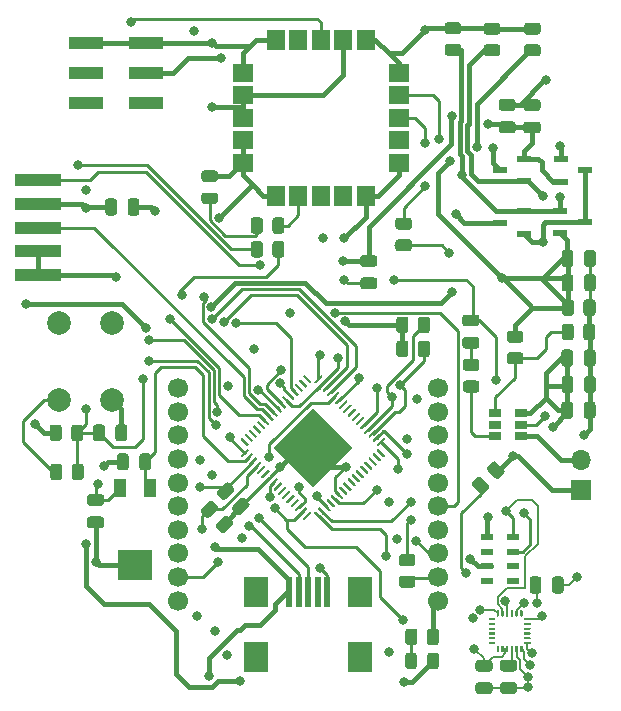
<source format=gtl>
%TF.GenerationSoftware,KiCad,Pcbnew,5.1.9*%
%TF.CreationDate,2021-03-03T17:23:20-06:00*%
%TF.ProjectId,ARC-Boat0,4152432d-426f-4617-9430-2e6b69636164,rev?*%
%TF.SameCoordinates,Original*%
%TF.FileFunction,Copper,L1,Top*%
%TF.FilePolarity,Positive*%
%FSLAX46Y46*%
G04 Gerber Fmt 4.6, Leading zero omitted, Abs format (unit mm)*
G04 Created by KiCad (PCBNEW 5.1.9) date 2021-03-03 17:23:20*
%MOMM*%
%LPD*%
G01*
G04 APERTURE LIST*
%TA.AperFunction,SMDPad,CuDef*%
%ADD10R,3.000000X1.000000*%
%TD*%
%TA.AperFunction,ComponentPad*%
%ADD11C,2.000000*%
%TD*%
%TA.AperFunction,SMDPad,CuDef*%
%ADD12C,0.100000*%
%TD*%
%TA.AperFunction,SMDPad,CuDef*%
%ADD13R,4.000000X1.000000*%
%TD*%
%TA.AperFunction,SMDPad,CuDef*%
%ADD14R,3.000000X2.500000*%
%TD*%
%TA.AperFunction,SMDPad,CuDef*%
%ADD15R,1.000000X1.600000*%
%TD*%
%TA.AperFunction,SMDPad,CuDef*%
%ADD16R,1.100000X0.600000*%
%TD*%
%TA.AperFunction,SMDPad,CuDef*%
%ADD17R,1.500000X1.800000*%
%TD*%
%TA.AperFunction,SMDPad,CuDef*%
%ADD18R,1.800000X1.500000*%
%TD*%
%TA.AperFunction,SMDPad,CuDef*%
%ADD19R,1.060000X0.650000*%
%TD*%
%TA.AperFunction,SMDPad,CuDef*%
%ADD20R,1.300000X0.600000*%
%TD*%
%TA.AperFunction,ComponentPad*%
%ADD21O,1.700000X1.700000*%
%TD*%
%TA.AperFunction,ComponentPad*%
%ADD22R,1.700000X1.700000*%
%TD*%
%TA.AperFunction,ComponentPad*%
%ADD23C,1.700000*%
%TD*%
%TA.AperFunction,SMDPad,CuDef*%
%ADD24R,0.500000X2.500000*%
%TD*%
%TA.AperFunction,SMDPad,CuDef*%
%ADD25R,2.000000X2.500000*%
%TD*%
%TA.AperFunction,ViaPad*%
%ADD26C,0.800000*%
%TD*%
%TA.AperFunction,Conductor*%
%ADD27C,0.400000*%
%TD*%
%TA.AperFunction,Conductor*%
%ADD28C,0.250000*%
%TD*%
%TA.AperFunction,Conductor*%
%ADD29C,0.200000*%
%TD*%
G04 APERTURE END LIST*
%TO.P,C35,2*%
%TO.N,GND*%
%TA.AperFunction,SMDPad,CuDef*%
G36*
G01*
X137165000Y-91060000D02*
X138115000Y-91060000D01*
G75*
G02*
X138365000Y-91310000I0J-250000D01*
G01*
X138365000Y-91810000D01*
G75*
G02*
X138115000Y-92060000I-250000J0D01*
G01*
X137165000Y-92060000D01*
G75*
G02*
X136915000Y-91810000I0J250000D01*
G01*
X136915000Y-91310000D01*
G75*
G02*
X137165000Y-91060000I250000J0D01*
G01*
G37*
%TD.AperFunction*%
%TO.P,C35,1*%
%TO.N,+3V3*%
%TA.AperFunction,SMDPad,CuDef*%
G36*
G01*
X137165000Y-89160000D02*
X138115000Y-89160000D01*
G75*
G02*
X138365000Y-89410000I0J-250000D01*
G01*
X138365000Y-89910000D01*
G75*
G02*
X138115000Y-90160000I-250000J0D01*
G01*
X137165000Y-90160000D01*
G75*
G02*
X136915000Y-89910000I0J250000D01*
G01*
X136915000Y-89410000D01*
G75*
G02*
X137165000Y-89160000I250000J0D01*
G01*
G37*
%TD.AperFunction*%
%TD*%
%TO.P,C34,2*%
%TO.N,GND*%
%TA.AperFunction,SMDPad,CuDef*%
G36*
G01*
X139235000Y-91050000D02*
X140185000Y-91050000D01*
G75*
G02*
X140435000Y-91300000I0J-250000D01*
G01*
X140435000Y-91800000D01*
G75*
G02*
X140185000Y-92050000I-250000J0D01*
G01*
X139235000Y-92050000D01*
G75*
G02*
X138985000Y-91800000I0J250000D01*
G01*
X138985000Y-91300000D01*
G75*
G02*
X139235000Y-91050000I250000J0D01*
G01*
G37*
%TD.AperFunction*%
%TO.P,C34,1*%
%TO.N,Net-(C34-Pad1)*%
%TA.AperFunction,SMDPad,CuDef*%
G36*
G01*
X139235000Y-89150000D02*
X140185000Y-89150000D01*
G75*
G02*
X140435000Y-89400000I0J-250000D01*
G01*
X140435000Y-89900000D01*
G75*
G02*
X140185000Y-90150000I-250000J0D01*
G01*
X139235000Y-90150000D01*
G75*
G02*
X138985000Y-89900000I0J250000D01*
G01*
X138985000Y-89400000D01*
G75*
G02*
X139235000Y-89150000I250000J0D01*
G01*
G37*
%TD.AperFunction*%
%TD*%
%TO.P,C33,2*%
%TO.N,GND*%
%TA.AperFunction,SMDPad,CuDef*%
G36*
G01*
X143390000Y-83305000D02*
X143390000Y-82355000D01*
G75*
G02*
X143640000Y-82105000I250000J0D01*
G01*
X144140000Y-82105000D01*
G75*
G02*
X144390000Y-82355000I0J-250000D01*
G01*
X144390000Y-83305000D01*
G75*
G02*
X144140000Y-83555000I-250000J0D01*
G01*
X143640000Y-83555000D01*
G75*
G02*
X143390000Y-83305000I0J250000D01*
G01*
G37*
%TD.AperFunction*%
%TO.P,C33,1*%
%TO.N,Net-(C33-Pad1)*%
%TA.AperFunction,SMDPad,CuDef*%
G36*
G01*
X141490000Y-83305000D02*
X141490000Y-82355000D01*
G75*
G02*
X141740000Y-82105000I250000J0D01*
G01*
X142240000Y-82105000D01*
G75*
G02*
X142490000Y-82355000I0J-250000D01*
G01*
X142490000Y-83305000D01*
G75*
G02*
X142240000Y-83555000I-250000J0D01*
G01*
X141740000Y-83555000D01*
G75*
G02*
X141490000Y-83305000I0J250000D01*
G01*
G37*
%TD.AperFunction*%
%TD*%
%TO.P,U3,1*%
%TO.N,N/C*%
%TA.AperFunction,SMDPad,CuDef*%
G36*
G01*
X138025000Y-85780000D02*
X138025000Y-85680000D01*
G75*
G02*
X138075000Y-85630000I50000J0D01*
G01*
X138525000Y-85630000D01*
G75*
G02*
X138575000Y-85680000I0J-50000D01*
G01*
X138575000Y-85780000D01*
G75*
G02*
X138525000Y-85830000I-50000J0D01*
G01*
X138075000Y-85830000D01*
G75*
G02*
X138025000Y-85780000I0J50000D01*
G01*
G37*
%TD.AperFunction*%
%TO.P,U3,2*%
%TA.AperFunction,SMDPad,CuDef*%
G36*
G01*
X138025000Y-86180000D02*
X138025000Y-86080000D01*
G75*
G02*
X138075000Y-86030000I50000J0D01*
G01*
X138525000Y-86030000D01*
G75*
G02*
X138575000Y-86080000I0J-50000D01*
G01*
X138575000Y-86180000D01*
G75*
G02*
X138525000Y-86230000I-50000J0D01*
G01*
X138075000Y-86230000D01*
G75*
G02*
X138025000Y-86180000I0J50000D01*
G01*
G37*
%TD.AperFunction*%
%TO.P,U3,3*%
%TA.AperFunction,SMDPad,CuDef*%
G36*
G01*
X138025000Y-86580000D02*
X138025000Y-86480000D01*
G75*
G02*
X138075000Y-86430000I50000J0D01*
G01*
X138525000Y-86430000D01*
G75*
G02*
X138575000Y-86480000I0J-50000D01*
G01*
X138575000Y-86580000D01*
G75*
G02*
X138525000Y-86630000I-50000J0D01*
G01*
X138075000Y-86630000D01*
G75*
G02*
X138025000Y-86580000I0J50000D01*
G01*
G37*
%TD.AperFunction*%
%TO.P,U3,4*%
%TA.AperFunction,SMDPad,CuDef*%
G36*
G01*
X138025000Y-86980000D02*
X138025000Y-86880000D01*
G75*
G02*
X138075000Y-86830000I50000J0D01*
G01*
X138525000Y-86830000D01*
G75*
G02*
X138575000Y-86880000I0J-50000D01*
G01*
X138575000Y-86980000D01*
G75*
G02*
X138525000Y-87030000I-50000J0D01*
G01*
X138075000Y-87030000D01*
G75*
G02*
X138025000Y-86980000I0J50000D01*
G01*
G37*
%TD.AperFunction*%
%TO.P,U3,5*%
%TA.AperFunction,SMDPad,CuDef*%
G36*
G01*
X138025000Y-87380000D02*
X138025000Y-87280000D01*
G75*
G02*
X138075000Y-87230000I50000J0D01*
G01*
X138525000Y-87230000D01*
G75*
G02*
X138575000Y-87280000I0J-50000D01*
G01*
X138575000Y-87380000D01*
G75*
G02*
X138525000Y-87430000I-50000J0D01*
G01*
X138075000Y-87430000D01*
G75*
G02*
X138025000Y-87380000I0J50000D01*
G01*
G37*
%TD.AperFunction*%
%TO.P,U3,6*%
%TA.AperFunction,SMDPad,CuDef*%
G36*
G01*
X138025000Y-87780000D02*
X138025000Y-87680000D01*
G75*
G02*
X138075000Y-87630000I50000J0D01*
G01*
X138525000Y-87630000D01*
G75*
G02*
X138575000Y-87680000I0J-50000D01*
G01*
X138575000Y-87780000D01*
G75*
G02*
X138525000Y-87830000I-50000J0D01*
G01*
X138075000Y-87830000D01*
G75*
G02*
X138025000Y-87780000I0J50000D01*
G01*
G37*
%TD.AperFunction*%
%TO.P,U3,7*%
%TA.AperFunction,SMDPad,CuDef*%
G36*
G01*
X138850000Y-88505000D02*
X138750000Y-88505000D01*
G75*
G02*
X138700000Y-88455000I0J50000D01*
G01*
X138700000Y-88005000D01*
G75*
G02*
X138750000Y-87955000I50000J0D01*
G01*
X138850000Y-87955000D01*
G75*
G02*
X138900000Y-88005000I0J-50000D01*
G01*
X138900000Y-88455000D01*
G75*
G02*
X138850000Y-88505000I-50000J0D01*
G01*
G37*
%TD.AperFunction*%
%TO.P,U3,8*%
%TO.N,+3V3*%
%TA.AperFunction,SMDPad,CuDef*%
G36*
G01*
X139250000Y-88505000D02*
X139150000Y-88505000D01*
G75*
G02*
X139100000Y-88455000I0J50000D01*
G01*
X139100000Y-88005000D01*
G75*
G02*
X139150000Y-87955000I50000J0D01*
G01*
X139250000Y-87955000D01*
G75*
G02*
X139300000Y-88005000I0J-50000D01*
G01*
X139300000Y-88455000D01*
G75*
G02*
X139250000Y-88505000I-50000J0D01*
G01*
G37*
%TD.AperFunction*%
%TO.P,U3,9*%
%TA.AperFunction,SMDPad,CuDef*%
G36*
G01*
X139650000Y-88505000D02*
X139550000Y-88505000D01*
G75*
G02*
X139500000Y-88455000I0J50000D01*
G01*
X139500000Y-88005000D01*
G75*
G02*
X139550000Y-87955000I50000J0D01*
G01*
X139650000Y-87955000D01*
G75*
G02*
X139700000Y-88005000I0J-50000D01*
G01*
X139700000Y-88455000D01*
G75*
G02*
X139650000Y-88505000I-50000J0D01*
G01*
G37*
%TD.AperFunction*%
%TO.P,U3,10*%
%TO.N,Net-(C34-Pad1)*%
%TA.AperFunction,SMDPad,CuDef*%
G36*
G01*
X140050000Y-88505000D02*
X139950000Y-88505000D01*
G75*
G02*
X139900000Y-88455000I0J50000D01*
G01*
X139900000Y-88005000D01*
G75*
G02*
X139950000Y-87955000I50000J0D01*
G01*
X140050000Y-87955000D01*
G75*
G02*
X140100000Y-88005000I0J-50000D01*
G01*
X140100000Y-88455000D01*
G75*
G02*
X140050000Y-88505000I-50000J0D01*
G01*
G37*
%TD.AperFunction*%
%TO.P,U3,11*%
%TO.N,GND*%
%TA.AperFunction,SMDPad,CuDef*%
G36*
G01*
X140450000Y-88505000D02*
X140350000Y-88505000D01*
G75*
G02*
X140300000Y-88455000I0J50000D01*
G01*
X140300000Y-88005000D01*
G75*
G02*
X140350000Y-87955000I50000J0D01*
G01*
X140450000Y-87955000D01*
G75*
G02*
X140500000Y-88005000I0J-50000D01*
G01*
X140500000Y-88455000D01*
G75*
G02*
X140450000Y-88505000I-50000J0D01*
G01*
G37*
%TD.AperFunction*%
%TO.P,U3,12*%
%TO.N,/IMU_EXT_INT1*%
%TA.AperFunction,SMDPad,CuDef*%
G36*
G01*
X140850000Y-88505000D02*
X140750000Y-88505000D01*
G75*
G02*
X140700000Y-88455000I0J50000D01*
G01*
X140700000Y-88005000D01*
G75*
G02*
X140750000Y-87955000I50000J0D01*
G01*
X140850000Y-87955000D01*
G75*
G02*
X140900000Y-88005000I0J-50000D01*
G01*
X140900000Y-88455000D01*
G75*
G02*
X140850000Y-88505000I-50000J0D01*
G01*
G37*
%TD.AperFunction*%
%TO.P,U3,13*%
%TO.N,Net-(C33-Pad1)*%
%TA.AperFunction,SMDPad,CuDef*%
G36*
G01*
X141025000Y-87780000D02*
X141025000Y-87680000D01*
G75*
G02*
X141075000Y-87630000I50000J0D01*
G01*
X141525000Y-87630000D01*
G75*
G02*
X141575000Y-87680000I0J-50000D01*
G01*
X141575000Y-87780000D01*
G75*
G02*
X141525000Y-87830000I-50000J0D01*
G01*
X141075000Y-87830000D01*
G75*
G02*
X141025000Y-87780000I0J50000D01*
G01*
G37*
%TD.AperFunction*%
%TO.P,U3,14*%
%TO.N,N/C*%
%TA.AperFunction,SMDPad,CuDef*%
G36*
G01*
X141025000Y-87380000D02*
X141025000Y-87280000D01*
G75*
G02*
X141075000Y-87230000I50000J0D01*
G01*
X141525000Y-87230000D01*
G75*
G02*
X141575000Y-87280000I0J-50000D01*
G01*
X141575000Y-87380000D01*
G75*
G02*
X141525000Y-87430000I-50000J0D01*
G01*
X141075000Y-87430000D01*
G75*
G02*
X141025000Y-87380000I0J50000D01*
G01*
G37*
%TD.AperFunction*%
%TO.P,U3,15*%
%TA.AperFunction,SMDPad,CuDef*%
G36*
G01*
X141025000Y-86980000D02*
X141025000Y-86880000D01*
G75*
G02*
X141075000Y-86830000I50000J0D01*
G01*
X141525000Y-86830000D01*
G75*
G02*
X141575000Y-86880000I0J-50000D01*
G01*
X141575000Y-86980000D01*
G75*
G02*
X141525000Y-87030000I-50000J0D01*
G01*
X141075000Y-87030000D01*
G75*
G02*
X141025000Y-86980000I0J50000D01*
G01*
G37*
%TD.AperFunction*%
%TO.P,U3,16*%
%TA.AperFunction,SMDPad,CuDef*%
G36*
G01*
X141025000Y-86580000D02*
X141025000Y-86480000D01*
G75*
G02*
X141075000Y-86430000I50000J0D01*
G01*
X141525000Y-86430000D01*
G75*
G02*
X141575000Y-86480000I0J-50000D01*
G01*
X141575000Y-86580000D01*
G75*
G02*
X141525000Y-86630000I-50000J0D01*
G01*
X141075000Y-86630000D01*
G75*
G02*
X141025000Y-86580000I0J50000D01*
G01*
G37*
%TD.AperFunction*%
%TO.P,U3,17*%
%TA.AperFunction,SMDPad,CuDef*%
G36*
G01*
X141025000Y-86180000D02*
X141025000Y-86080000D01*
G75*
G02*
X141075000Y-86030000I50000J0D01*
G01*
X141525000Y-86030000D01*
G75*
G02*
X141575000Y-86080000I0J-50000D01*
G01*
X141575000Y-86180000D01*
G75*
G02*
X141525000Y-86230000I-50000J0D01*
G01*
X141075000Y-86230000D01*
G75*
G02*
X141025000Y-86180000I0J50000D01*
G01*
G37*
%TD.AperFunction*%
%TO.P,U3,18*%
%TO.N,GND*%
%TA.AperFunction,SMDPad,CuDef*%
G36*
G01*
X141025000Y-85780000D02*
X141025000Y-85680000D01*
G75*
G02*
X141075000Y-85630000I50000J0D01*
G01*
X141525000Y-85630000D01*
G75*
G02*
X141575000Y-85680000I0J-50000D01*
G01*
X141575000Y-85780000D01*
G75*
G02*
X141525000Y-85830000I-50000J0D01*
G01*
X141075000Y-85830000D01*
G75*
G02*
X141025000Y-85780000I0J50000D01*
G01*
G37*
%TD.AperFunction*%
%TO.P,U3,19*%
%TO.N,N/C*%
%TA.AperFunction,SMDPad,CuDef*%
G36*
G01*
X140850000Y-85505000D02*
X140750000Y-85505000D01*
G75*
G02*
X140700000Y-85455000I0J50000D01*
G01*
X140700000Y-85005000D01*
G75*
G02*
X140750000Y-84955000I50000J0D01*
G01*
X140850000Y-84955000D01*
G75*
G02*
X140900000Y-85005000I0J-50000D01*
G01*
X140900000Y-85455000D01*
G75*
G02*
X140850000Y-85505000I-50000J0D01*
G01*
G37*
%TD.AperFunction*%
%TO.P,U3,20*%
%TO.N,GND*%
%TA.AperFunction,SMDPad,CuDef*%
G36*
G01*
X140450000Y-85505000D02*
X140350000Y-85505000D01*
G75*
G02*
X140300000Y-85455000I0J50000D01*
G01*
X140300000Y-85005000D01*
G75*
G02*
X140350000Y-84955000I50000J0D01*
G01*
X140450000Y-84955000D01*
G75*
G02*
X140500000Y-85005000I0J-50000D01*
G01*
X140500000Y-85455000D01*
G75*
G02*
X140450000Y-85505000I-50000J0D01*
G01*
G37*
%TD.AperFunction*%
%TO.P,U3,21*%
%TO.N,N/C*%
%TA.AperFunction,SMDPad,CuDef*%
G36*
G01*
X140050000Y-85505000D02*
X139950000Y-85505000D01*
G75*
G02*
X139900000Y-85455000I0J50000D01*
G01*
X139900000Y-85005000D01*
G75*
G02*
X139950000Y-84955000I50000J0D01*
G01*
X140050000Y-84955000D01*
G75*
G02*
X140100000Y-85005000I0J-50000D01*
G01*
X140100000Y-85455000D01*
G75*
G02*
X140050000Y-85505000I-50000J0D01*
G01*
G37*
%TD.AperFunction*%
%TO.P,U3,22*%
%TO.N,+3V3*%
%TA.AperFunction,SMDPad,CuDef*%
G36*
G01*
X139650000Y-85505000D02*
X139550000Y-85505000D01*
G75*
G02*
X139500000Y-85455000I0J50000D01*
G01*
X139500000Y-85005000D01*
G75*
G02*
X139550000Y-84955000I50000J0D01*
G01*
X139650000Y-84955000D01*
G75*
G02*
X139700000Y-85005000I0J-50000D01*
G01*
X139700000Y-85455000D01*
G75*
G02*
X139650000Y-85505000I-50000J0D01*
G01*
G37*
%TD.AperFunction*%
%TO.P,U3,23*%
%TO.N,/I2C_SCL*%
%TA.AperFunction,SMDPad,CuDef*%
G36*
G01*
X139250000Y-85505000D02*
X139150000Y-85505000D01*
G75*
G02*
X139100000Y-85455000I0J50000D01*
G01*
X139100000Y-85005000D01*
G75*
G02*
X139150000Y-84955000I50000J0D01*
G01*
X139250000Y-84955000D01*
G75*
G02*
X139300000Y-85005000I0J-50000D01*
G01*
X139300000Y-85455000D01*
G75*
G02*
X139250000Y-85505000I-50000J0D01*
G01*
G37*
%TD.AperFunction*%
%TO.P,U3,24*%
%TO.N,/I2C_SDA*%
%TA.AperFunction,SMDPad,CuDef*%
G36*
G01*
X138850000Y-85505000D02*
X138750000Y-85505000D01*
G75*
G02*
X138700000Y-85455000I0J50000D01*
G01*
X138700000Y-85005000D01*
G75*
G02*
X138750000Y-84955000I50000J0D01*
G01*
X138850000Y-84955000D01*
G75*
G02*
X138900000Y-85005000I0J-50000D01*
G01*
X138900000Y-85455000D01*
G75*
G02*
X138850000Y-85505000I-50000J0D01*
G01*
G37*
%TD.AperFunction*%
%TD*%
D10*
%TO.P,J1,6*%
%TO.N,N/C*%
X103974000Y-42008000D03*
%TO.P,J1,5*%
X109014000Y-42008000D03*
%TO.P,J1,4*%
X103974000Y-39468000D03*
%TO.P,J1,3*%
%TO.N,+5V*%
X109014000Y-39468000D03*
%TO.P,J1,2*%
%TO.N,GND*%
X103974000Y-36928000D03*
%TO.P,J1,1*%
X109014000Y-36928000D03*
%TD*%
D11*
%TO.P,SW1,1*%
%TO.N,Net-(R3-Pad2)*%
X101668000Y-60654000D03*
%TO.P,SW1,2*%
%TO.N,GND*%
X106168000Y-60654000D03*
%TO.P,SW1,1*%
%TO.N,Net-(R3-Pad2)*%
X101668000Y-67154000D03*
%TO.P,SW1,2*%
%TO.N,GND*%
X106168000Y-67154000D03*
%TD*%
%TO.P,R6,2*%
%TO.N,/USART_2_RX*%
%TA.AperFunction,SMDPad,CuDef*%
G36*
G01*
X130681999Y-82032000D02*
X131582001Y-82032000D01*
G75*
G02*
X131832000Y-82281999I0J-249999D01*
G01*
X131832000Y-82807001D01*
G75*
G02*
X131582001Y-83057000I-249999J0D01*
G01*
X130681999Y-83057000D01*
G75*
G02*
X130432000Y-82807001I0J249999D01*
G01*
X130432000Y-82281999D01*
G75*
G02*
X130681999Y-82032000I249999J0D01*
G01*
G37*
%TD.AperFunction*%
%TO.P,R6,1*%
%TO.N,Net-(R6-Pad1)*%
%TA.AperFunction,SMDPad,CuDef*%
G36*
G01*
X130681999Y-80207000D02*
X131582001Y-80207000D01*
G75*
G02*
X131832000Y-80456999I0J-249999D01*
G01*
X131832000Y-80982001D01*
G75*
G02*
X131582001Y-81232000I-249999J0D01*
G01*
X130681999Y-81232000D01*
G75*
G02*
X130432000Y-80982001I0J249999D01*
G01*
X130432000Y-80456999D01*
G75*
G02*
X130681999Y-80207000I249999J0D01*
G01*
G37*
%TD.AperFunction*%
%TD*%
%TO.P,R5,2*%
%TO.N,/GPS_USART_TX*%
%TA.AperFunction,SMDPad,CuDef*%
G36*
G01*
X131275001Y-52750000D02*
X130374999Y-52750000D01*
G75*
G02*
X130125000Y-52500001I0J249999D01*
G01*
X130125000Y-51974999D01*
G75*
G02*
X130374999Y-51725000I249999J0D01*
G01*
X131275001Y-51725000D01*
G75*
G02*
X131525000Y-51974999I0J-249999D01*
G01*
X131525000Y-52500001D01*
G75*
G02*
X131275001Y-52750000I-249999J0D01*
G01*
G37*
%TD.AperFunction*%
%TO.P,R5,1*%
%TO.N,Net-(R5-Pad1)*%
%TA.AperFunction,SMDPad,CuDef*%
G36*
G01*
X131275001Y-54575000D02*
X130374999Y-54575000D01*
G75*
G02*
X130125000Y-54325001I0J249999D01*
G01*
X130125000Y-53799999D01*
G75*
G02*
X130374999Y-53550000I249999J0D01*
G01*
X131275001Y-53550000D01*
G75*
G02*
X131525000Y-53799999I0J-249999D01*
G01*
X131525000Y-54325001D01*
G75*
G02*
X131275001Y-54575000I-249999J0D01*
G01*
G37*
%TD.AperFunction*%
%TD*%
%TO.P,R4,2*%
%TO.N,/Brain/USART_0_RX*%
%TA.AperFunction,SMDPad,CuDef*%
G36*
G01*
X118920000Y-53949999D02*
X118920000Y-54850001D01*
G75*
G02*
X118670001Y-55100000I-249999J0D01*
G01*
X118144999Y-55100000D01*
G75*
G02*
X117895000Y-54850001I0J249999D01*
G01*
X117895000Y-53949999D01*
G75*
G02*
X118144999Y-53700000I249999J0D01*
G01*
X118670001Y-53700000D01*
G75*
G02*
X118920000Y-53949999I0J-249999D01*
G01*
G37*
%TD.AperFunction*%
%TO.P,R4,1*%
%TO.N,Net-(R4-Pad1)*%
%TA.AperFunction,SMDPad,CuDef*%
G36*
G01*
X120745000Y-53949999D02*
X120745000Y-54850001D01*
G75*
G02*
X120495001Y-55100000I-249999J0D01*
G01*
X119969999Y-55100000D01*
G75*
G02*
X119720000Y-54850001I0J249999D01*
G01*
X119720000Y-53949999D01*
G75*
G02*
X119969999Y-53700000I249999J0D01*
G01*
X120495001Y-53700000D01*
G75*
G02*
X120745000Y-53949999I0J-249999D01*
G01*
G37*
%TD.AperFunction*%
%TD*%
%TO.P,R3,2*%
%TO.N,Net-(R3-Pad2)*%
%TA.AperFunction,SMDPad,CuDef*%
G36*
G01*
X101926500Y-72799999D02*
X101926500Y-73700001D01*
G75*
G02*
X101676501Y-73950000I-249999J0D01*
G01*
X101151499Y-73950000D01*
G75*
G02*
X100901500Y-73700001I0J249999D01*
G01*
X100901500Y-72799999D01*
G75*
G02*
X101151499Y-72550000I249999J0D01*
G01*
X101676501Y-72550000D01*
G75*
G02*
X101926500Y-72799999I0J-249999D01*
G01*
G37*
%TD.AperFunction*%
%TO.P,R3,1*%
%TO.N,/~SYS_RESET*%
%TA.AperFunction,SMDPad,CuDef*%
G36*
G01*
X103751500Y-72799999D02*
X103751500Y-73700001D01*
G75*
G02*
X103501501Y-73950000I-249999J0D01*
G01*
X102976499Y-73950000D01*
G75*
G02*
X102726500Y-73700001I0J249999D01*
G01*
X102726500Y-72799999D01*
G75*
G02*
X102976499Y-72550000I249999J0D01*
G01*
X103501501Y-72550000D01*
G75*
G02*
X103751500Y-72799999I0J-249999D01*
G01*
G37*
%TD.AperFunction*%
%TD*%
%TO.P,R2,2*%
%TO.N,/~SYS_RESET*%
%TA.AperFunction,SMDPad,CuDef*%
G36*
G01*
X102679500Y-70398001D02*
X102679500Y-69497999D01*
G75*
G02*
X102929499Y-69248000I249999J0D01*
G01*
X103454501Y-69248000D01*
G75*
G02*
X103704500Y-69497999I0J-249999D01*
G01*
X103704500Y-70398001D01*
G75*
G02*
X103454501Y-70648000I-249999J0D01*
G01*
X102929499Y-70648000D01*
G75*
G02*
X102679500Y-70398001I0J249999D01*
G01*
G37*
%TD.AperFunction*%
%TO.P,R2,1*%
%TO.N,+3V3*%
%TA.AperFunction,SMDPad,CuDef*%
G36*
G01*
X100854500Y-70398001D02*
X100854500Y-69497999D01*
G75*
G02*
X101104499Y-69248000I249999J0D01*
G01*
X101629501Y-69248000D01*
G75*
G02*
X101879500Y-69497999I0J-249999D01*
G01*
X101879500Y-70398001D01*
G75*
G02*
X101629501Y-70648000I-249999J0D01*
G01*
X101104499Y-70648000D01*
G75*
G02*
X100854500Y-70398001I0J249999D01*
G01*
G37*
%TD.AperFunction*%
%TD*%
%TO.P,C10,2*%
%TO.N,GND*%
%TA.AperFunction,SMDPad,CuDef*%
G36*
G01*
X107460000Y-51295000D02*
X107460000Y-50345000D01*
G75*
G02*
X107710000Y-50095000I250000J0D01*
G01*
X108210000Y-50095000D01*
G75*
G02*
X108460000Y-50345000I0J-250000D01*
G01*
X108460000Y-51295000D01*
G75*
G02*
X108210000Y-51545000I-250000J0D01*
G01*
X107710000Y-51545000D01*
G75*
G02*
X107460000Y-51295000I0J250000D01*
G01*
G37*
%TD.AperFunction*%
%TO.P,C10,1*%
%TO.N,+3V3*%
%TA.AperFunction,SMDPad,CuDef*%
G36*
G01*
X105560000Y-51295000D02*
X105560000Y-50345000D01*
G75*
G02*
X105810000Y-50095000I250000J0D01*
G01*
X106310000Y-50095000D01*
G75*
G02*
X106560000Y-50345000I0J-250000D01*
G01*
X106560000Y-51295000D01*
G75*
G02*
X106310000Y-51545000I-250000J0D01*
G01*
X105810000Y-51545000D01*
G75*
G02*
X105560000Y-51295000I0J250000D01*
G01*
G37*
%TD.AperFunction*%
%TD*%
%TO.P,C8,2*%
%TO.N,GND*%
%TA.AperFunction,SMDPad,CuDef*%
G36*
G01*
X106436000Y-70423000D02*
X106436000Y-69473000D01*
G75*
G02*
X106686000Y-69223000I250000J0D01*
G01*
X107186000Y-69223000D01*
G75*
G02*
X107436000Y-69473000I0J-250000D01*
G01*
X107436000Y-70423000D01*
G75*
G02*
X107186000Y-70673000I-250000J0D01*
G01*
X106686000Y-70673000D01*
G75*
G02*
X106436000Y-70423000I0J250000D01*
G01*
G37*
%TD.AperFunction*%
%TO.P,C8,1*%
%TO.N,/~SYS_RESET*%
%TA.AperFunction,SMDPad,CuDef*%
G36*
G01*
X104536000Y-70423000D02*
X104536000Y-69473000D01*
G75*
G02*
X104786000Y-69223000I250000J0D01*
G01*
X105286000Y-69223000D01*
G75*
G02*
X105536000Y-69473000I0J-250000D01*
G01*
X105536000Y-70423000D01*
G75*
G02*
X105286000Y-70673000I-250000J0D01*
G01*
X104786000Y-70673000D01*
G75*
G02*
X104536000Y-70423000I0J250000D01*
G01*
G37*
%TD.AperFunction*%
%TD*%
%TA.AperFunction,SMDPad,CuDef*%
D12*
%TO.P,U5,65*%
%TO.N,GND*%
G36*
X123140000Y-74513402D02*
G01*
X119816598Y-71190000D01*
X123140000Y-67866598D01*
X126463402Y-71190000D01*
X123140000Y-74513402D01*
G37*
%TD.AperFunction*%
%TO.P,U5,64*%
%TO.N,N/C*%
%TA.AperFunction,SMDPad,CuDef*%
G36*
G01*
X117571535Y-71066256D02*
X117023527Y-70518248D01*
G75*
G02*
X117023527Y-70447538I35355J35355D01*
G01*
X117094237Y-70376828D01*
G75*
G02*
X117164947Y-70376828I35355J-35355D01*
G01*
X117712955Y-70924836D01*
G75*
G02*
X117712955Y-70995546I-35355J-35355D01*
G01*
X117642245Y-71066256D01*
G75*
G02*
X117571535Y-71066256I-35355J35355D01*
G01*
G37*
%TD.AperFunction*%
%TO.P,U5,63*%
%TA.AperFunction,SMDPad,CuDef*%
G36*
G01*
X117925088Y-70712702D02*
X117377080Y-70164694D01*
G75*
G02*
X117377080Y-70093984I35355J35355D01*
G01*
X117447790Y-70023274D01*
G75*
G02*
X117518500Y-70023274I35355J-35355D01*
G01*
X118066508Y-70571282D01*
G75*
G02*
X118066508Y-70641992I-35355J-35355D01*
G01*
X117995798Y-70712702D01*
G75*
G02*
X117925088Y-70712702I-35355J35355D01*
G01*
G37*
%TD.AperFunction*%
%TO.P,U5,62*%
%TA.AperFunction,SMDPad,CuDef*%
G36*
G01*
X118278642Y-70359149D02*
X117730634Y-69811141D01*
G75*
G02*
X117730634Y-69740431I35355J35355D01*
G01*
X117801344Y-69669721D01*
G75*
G02*
X117872054Y-69669721I35355J-35355D01*
G01*
X118420062Y-70217729D01*
G75*
G02*
X118420062Y-70288439I-35355J-35355D01*
G01*
X118349352Y-70359149D01*
G75*
G02*
X118278642Y-70359149I-35355J35355D01*
G01*
G37*
%TD.AperFunction*%
%TO.P,U5,61*%
%TA.AperFunction,SMDPad,CuDef*%
G36*
G01*
X118632195Y-70005596D02*
X118084187Y-69457588D01*
G75*
G02*
X118084187Y-69386878I35355J35355D01*
G01*
X118154897Y-69316168D01*
G75*
G02*
X118225607Y-69316168I35355J-35355D01*
G01*
X118773615Y-69864176D01*
G75*
G02*
X118773615Y-69934886I-35355J-35355D01*
G01*
X118702905Y-70005596D01*
G75*
G02*
X118632195Y-70005596I-35355J35355D01*
G01*
G37*
%TD.AperFunction*%
%TO.P,U5,60*%
%TA.AperFunction,SMDPad,CuDef*%
G36*
G01*
X118985748Y-69652042D02*
X118437740Y-69104034D01*
G75*
G02*
X118437740Y-69033324I35355J35355D01*
G01*
X118508450Y-68962614D01*
G75*
G02*
X118579160Y-68962614I35355J-35355D01*
G01*
X119127168Y-69510622D01*
G75*
G02*
X119127168Y-69581332I-35355J-35355D01*
G01*
X119056458Y-69652042D01*
G75*
G02*
X118985748Y-69652042I-35355J35355D01*
G01*
G37*
%TD.AperFunction*%
%TO.P,U5,59*%
%TO.N,/Brain/SWO*%
%TA.AperFunction,SMDPad,CuDef*%
G36*
G01*
X119339302Y-69298489D02*
X118791294Y-68750481D01*
G75*
G02*
X118791294Y-68679771I35355J35355D01*
G01*
X118862004Y-68609061D01*
G75*
G02*
X118932714Y-68609061I35355J-35355D01*
G01*
X119480722Y-69157069D01*
G75*
G02*
X119480722Y-69227779I-35355J-35355D01*
G01*
X119410012Y-69298489D01*
G75*
G02*
X119339302Y-69298489I-35355J35355D01*
G01*
G37*
%TD.AperFunction*%
%TO.P,U5,58*%
%TO.N,/Brain/SWDIO*%
%TA.AperFunction,SMDPad,CuDef*%
G36*
G01*
X119692855Y-68944935D02*
X119144847Y-68396927D01*
G75*
G02*
X119144847Y-68326217I35355J35355D01*
G01*
X119215557Y-68255507D01*
G75*
G02*
X119286267Y-68255507I35355J-35355D01*
G01*
X119834275Y-68803515D01*
G75*
G02*
X119834275Y-68874225I-35355J-35355D01*
G01*
X119763565Y-68944935D01*
G75*
G02*
X119692855Y-68944935I-35355J35355D01*
G01*
G37*
%TD.AperFunction*%
%TO.P,U5,57*%
%TO.N,/Brain/SWCLK*%
%TA.AperFunction,SMDPad,CuDef*%
G36*
G01*
X120046409Y-68591382D02*
X119498401Y-68043374D01*
G75*
G02*
X119498401Y-67972664I35355J35355D01*
G01*
X119569111Y-67901954D01*
G75*
G02*
X119639821Y-67901954I35355J-35355D01*
G01*
X120187829Y-68449962D01*
G75*
G02*
X120187829Y-68520672I-35355J-35355D01*
G01*
X120117119Y-68591382D01*
G75*
G02*
X120046409Y-68591382I-35355J35355D01*
G01*
G37*
%TD.AperFunction*%
%TO.P,U5,56*%
%TO.N,+3V3*%
%TA.AperFunction,SMDPad,CuDef*%
G36*
G01*
X120399962Y-68237829D02*
X119851954Y-67689821D01*
G75*
G02*
X119851954Y-67619111I35355J35355D01*
G01*
X119922664Y-67548401D01*
G75*
G02*
X119993374Y-67548401I35355J-35355D01*
G01*
X120541382Y-68096409D01*
G75*
G02*
X120541382Y-68167119I-35355J-35355D01*
G01*
X120470672Y-68237829D01*
G75*
G02*
X120399962Y-68237829I-35355J35355D01*
G01*
G37*
%TD.AperFunction*%
%TO.P,U5,55*%
%TO.N,/Brain/VCC_MCU_VSW*%
%TA.AperFunction,SMDPad,CuDef*%
G36*
G01*
X120753515Y-67884275D02*
X120205507Y-67336267D01*
G75*
G02*
X120205507Y-67265557I35355J35355D01*
G01*
X120276217Y-67194847D01*
G75*
G02*
X120346927Y-67194847I35355J-35355D01*
G01*
X120894935Y-67742855D01*
G75*
G02*
X120894935Y-67813565I-35355J-35355D01*
G01*
X120824225Y-67884275D01*
G75*
G02*
X120753515Y-67884275I-35355J35355D01*
G01*
G37*
%TD.AperFunction*%
%TO.P,U5,54*%
%TO.N,GND*%
%TA.AperFunction,SMDPad,CuDef*%
G36*
G01*
X121107069Y-67530722D02*
X120559061Y-66982714D01*
G75*
G02*
X120559061Y-66912004I35355J35355D01*
G01*
X120629771Y-66841294D01*
G75*
G02*
X120700481Y-66841294I35355J-35355D01*
G01*
X121248489Y-67389302D01*
G75*
G02*
X121248489Y-67460012I-35355J-35355D01*
G01*
X121177779Y-67530722D01*
G75*
G02*
X121107069Y-67530722I-35355J35355D01*
G01*
G37*
%TD.AperFunction*%
%TO.P,U5,53*%
%TO.N,/Brain/VCC_MCU_VDDCORE*%
%TA.AperFunction,SMDPad,CuDef*%
G36*
G01*
X121460622Y-67177168D02*
X120912614Y-66629160D01*
G75*
G02*
X120912614Y-66558450I35355J35355D01*
G01*
X120983324Y-66487740D01*
G75*
G02*
X121054034Y-66487740I35355J-35355D01*
G01*
X121602042Y-67035748D01*
G75*
G02*
X121602042Y-67106458I-35355J-35355D01*
G01*
X121531332Y-67177168D01*
G75*
G02*
X121460622Y-67177168I-35355J35355D01*
G01*
G37*
%TD.AperFunction*%
%TO.P,U5,52*%
%TO.N,/~SYS_RESET*%
%TA.AperFunction,SMDPad,CuDef*%
G36*
G01*
X121814176Y-66823615D02*
X121266168Y-66275607D01*
G75*
G02*
X121266168Y-66204897I35355J35355D01*
G01*
X121336878Y-66134187D01*
G75*
G02*
X121407588Y-66134187I35355J-35355D01*
G01*
X121955596Y-66682195D01*
G75*
G02*
X121955596Y-66752905I-35355J-35355D01*
G01*
X121884886Y-66823615D01*
G75*
G02*
X121814176Y-66823615I-35355J35355D01*
G01*
G37*
%TD.AperFunction*%
%TO.P,U5,51*%
%TO.N,N/C*%
%TA.AperFunction,SMDPad,CuDef*%
G36*
G01*
X122167729Y-66470062D02*
X121619721Y-65922054D01*
G75*
G02*
X121619721Y-65851344I35355J35355D01*
G01*
X121690431Y-65780634D01*
G75*
G02*
X121761141Y-65780634I35355J-35355D01*
G01*
X122309149Y-66328642D01*
G75*
G02*
X122309149Y-66399352I-35355J-35355D01*
G01*
X122238439Y-66470062D01*
G75*
G02*
X122167729Y-66470062I-35355J35355D01*
G01*
G37*
%TD.AperFunction*%
%TO.P,U5,50*%
%TA.AperFunction,SMDPad,CuDef*%
G36*
G01*
X122521282Y-66116508D02*
X121973274Y-65568500D01*
G75*
G02*
X121973274Y-65497790I35355J35355D01*
G01*
X122043984Y-65427080D01*
G75*
G02*
X122114694Y-65427080I35355J-35355D01*
G01*
X122662702Y-65975088D01*
G75*
G02*
X122662702Y-66045798I-35355J-35355D01*
G01*
X122591992Y-66116508D01*
G75*
G02*
X122521282Y-66116508I-35355J35355D01*
G01*
G37*
%TD.AperFunction*%
%TO.P,U5,49*%
%TA.AperFunction,SMDPad,CuDef*%
G36*
G01*
X122874836Y-65762955D02*
X122326828Y-65214947D01*
G75*
G02*
X122326828Y-65144237I35355J35355D01*
G01*
X122397538Y-65073527D01*
G75*
G02*
X122468248Y-65073527I35355J-35355D01*
G01*
X123016256Y-65621535D01*
G75*
G02*
X123016256Y-65692245I-35355J-35355D01*
G01*
X122945546Y-65762955D01*
G75*
G02*
X122874836Y-65762955I-35355J35355D01*
G01*
G37*
%TD.AperFunction*%
%TO.P,U5,48*%
%TO.N,+3V3*%
%TA.AperFunction,SMDPad,CuDef*%
G36*
G01*
X123334454Y-65762955D02*
X123263744Y-65692245D01*
G75*
G02*
X123263744Y-65621535I35355J35355D01*
G01*
X123811752Y-65073527D01*
G75*
G02*
X123882462Y-65073527I35355J-35355D01*
G01*
X123953172Y-65144237D01*
G75*
G02*
X123953172Y-65214947I-35355J-35355D01*
G01*
X123405164Y-65762955D01*
G75*
G02*
X123334454Y-65762955I-35355J35355D01*
G01*
G37*
%TD.AperFunction*%
%TO.P,U5,47*%
%TO.N,GND*%
%TA.AperFunction,SMDPad,CuDef*%
G36*
G01*
X123688008Y-66116508D02*
X123617298Y-66045798D01*
G75*
G02*
X123617298Y-65975088I35355J35355D01*
G01*
X124165306Y-65427080D01*
G75*
G02*
X124236016Y-65427080I35355J-35355D01*
G01*
X124306726Y-65497790D01*
G75*
G02*
X124306726Y-65568500I-35355J-35355D01*
G01*
X123758718Y-66116508D01*
G75*
G02*
X123688008Y-66116508I-35355J35355D01*
G01*
G37*
%TD.AperFunction*%
%TO.P,U5,46*%
%TO.N,/USB_DP*%
%TA.AperFunction,SMDPad,CuDef*%
G36*
G01*
X124041561Y-66470062D02*
X123970851Y-66399352D01*
G75*
G02*
X123970851Y-66328642I35355J35355D01*
G01*
X124518859Y-65780634D01*
G75*
G02*
X124589569Y-65780634I35355J-35355D01*
G01*
X124660279Y-65851344D01*
G75*
G02*
X124660279Y-65922054I-35355J-35355D01*
G01*
X124112271Y-66470062D01*
G75*
G02*
X124041561Y-66470062I-35355J35355D01*
G01*
G37*
%TD.AperFunction*%
%TO.P,U5,45*%
%TO.N,/USB_DM*%
%TA.AperFunction,SMDPad,CuDef*%
G36*
G01*
X124395114Y-66823615D02*
X124324404Y-66752905D01*
G75*
G02*
X124324404Y-66682195I35355J35355D01*
G01*
X124872412Y-66134187D01*
G75*
G02*
X124943122Y-66134187I35355J-35355D01*
G01*
X125013832Y-66204897D01*
G75*
G02*
X125013832Y-66275607I-35355J-35355D01*
G01*
X124465824Y-66823615D01*
G75*
G02*
X124395114Y-66823615I-35355J35355D01*
G01*
G37*
%TD.AperFunction*%
%TO.P,U5,44*%
%TO.N,Net-(R6-Pad1)*%
%TA.AperFunction,SMDPad,CuDef*%
G36*
G01*
X124748668Y-67177168D02*
X124677958Y-67106458D01*
G75*
G02*
X124677958Y-67035748I35355J35355D01*
G01*
X125225966Y-66487740D01*
G75*
G02*
X125296676Y-66487740I35355J-35355D01*
G01*
X125367386Y-66558450D01*
G75*
G02*
X125367386Y-66629160I-35355J-35355D01*
G01*
X124819378Y-67177168D01*
G75*
G02*
X124748668Y-67177168I-35355J35355D01*
G01*
G37*
%TD.AperFunction*%
%TO.P,U5,43*%
%TO.N,/USART_2_TX*%
%TA.AperFunction,SMDPad,CuDef*%
G36*
G01*
X125102221Y-67530722D02*
X125031511Y-67460012D01*
G75*
G02*
X125031511Y-67389302I35355J35355D01*
G01*
X125579519Y-66841294D01*
G75*
G02*
X125650229Y-66841294I35355J-35355D01*
G01*
X125720939Y-66912004D01*
G75*
G02*
X125720939Y-66982714I-35355J-35355D01*
G01*
X125172931Y-67530722D01*
G75*
G02*
X125102221Y-67530722I-35355J35355D01*
G01*
G37*
%TD.AperFunction*%
%TO.P,U5,42*%
%TO.N,N/C*%
%TA.AperFunction,SMDPad,CuDef*%
G36*
G01*
X125455775Y-67884275D02*
X125385065Y-67813565D01*
G75*
G02*
X125385065Y-67742855I35355J35355D01*
G01*
X125933073Y-67194847D01*
G75*
G02*
X126003783Y-67194847I35355J-35355D01*
G01*
X126074493Y-67265557D01*
G75*
G02*
X126074493Y-67336267I-35355J-35355D01*
G01*
X125526485Y-67884275D01*
G75*
G02*
X125455775Y-67884275I-35355J35355D01*
G01*
G37*
%TD.AperFunction*%
%TO.P,U5,41*%
%TA.AperFunction,SMDPad,CuDef*%
G36*
G01*
X125809328Y-68237829D02*
X125738618Y-68167119D01*
G75*
G02*
X125738618Y-68096409I35355J35355D01*
G01*
X126286626Y-67548401D01*
G75*
G02*
X126357336Y-67548401I35355J-35355D01*
G01*
X126428046Y-67619111D01*
G75*
G02*
X126428046Y-67689821I-35355J-35355D01*
G01*
X125880038Y-68237829D01*
G75*
G02*
X125809328Y-68237829I-35355J35355D01*
G01*
G37*
%TD.AperFunction*%
%TO.P,U5,40*%
%TA.AperFunction,SMDPad,CuDef*%
G36*
G01*
X126162881Y-68591382D02*
X126092171Y-68520672D01*
G75*
G02*
X126092171Y-68449962I35355J35355D01*
G01*
X126640179Y-67901954D01*
G75*
G02*
X126710889Y-67901954I35355J-35355D01*
G01*
X126781599Y-67972664D01*
G75*
G02*
X126781599Y-68043374I-35355J-35355D01*
G01*
X126233591Y-68591382D01*
G75*
G02*
X126162881Y-68591382I-35355J35355D01*
G01*
G37*
%TD.AperFunction*%
%TO.P,U5,39*%
%TA.AperFunction,SMDPad,CuDef*%
G36*
G01*
X126516435Y-68944935D02*
X126445725Y-68874225D01*
G75*
G02*
X126445725Y-68803515I35355J35355D01*
G01*
X126993733Y-68255507D01*
G75*
G02*
X127064443Y-68255507I35355J-35355D01*
G01*
X127135153Y-68326217D01*
G75*
G02*
X127135153Y-68396927I-35355J-35355D01*
G01*
X126587145Y-68944935D01*
G75*
G02*
X126516435Y-68944935I-35355J35355D01*
G01*
G37*
%TD.AperFunction*%
%TO.P,U5,38*%
%TA.AperFunction,SMDPad,CuDef*%
G36*
G01*
X126869988Y-69298489D02*
X126799278Y-69227779D01*
G75*
G02*
X126799278Y-69157069I35355J35355D01*
G01*
X127347286Y-68609061D01*
G75*
G02*
X127417996Y-68609061I35355J-35355D01*
G01*
X127488706Y-68679771D01*
G75*
G02*
X127488706Y-68750481I-35355J-35355D01*
G01*
X126940698Y-69298489D01*
G75*
G02*
X126869988Y-69298489I-35355J35355D01*
G01*
G37*
%TD.AperFunction*%
%TO.P,U5,37*%
%TO.N,/XBEE_STATUS*%
%TA.AperFunction,SMDPad,CuDef*%
G36*
G01*
X127223542Y-69652042D02*
X127152832Y-69581332D01*
G75*
G02*
X127152832Y-69510622I35355J35355D01*
G01*
X127700840Y-68962614D01*
G75*
G02*
X127771550Y-68962614I35355J-35355D01*
G01*
X127842260Y-69033324D01*
G75*
G02*
X127842260Y-69104034I-35355J-35355D01*
G01*
X127294252Y-69652042D01*
G75*
G02*
X127223542Y-69652042I-35355J35355D01*
G01*
G37*
%TD.AperFunction*%
%TO.P,U5,36*%
%TO.N,/I2C_SCL*%
%TA.AperFunction,SMDPad,CuDef*%
G36*
G01*
X127577095Y-70005596D02*
X127506385Y-69934886D01*
G75*
G02*
X127506385Y-69864176I35355J35355D01*
G01*
X128054393Y-69316168D01*
G75*
G02*
X128125103Y-69316168I35355J-35355D01*
G01*
X128195813Y-69386878D01*
G75*
G02*
X128195813Y-69457588I-35355J-35355D01*
G01*
X127647805Y-70005596D01*
G75*
G02*
X127577095Y-70005596I-35355J35355D01*
G01*
G37*
%TD.AperFunction*%
%TO.P,U5,35*%
%TO.N,/I2C_SDA*%
%TA.AperFunction,SMDPad,CuDef*%
G36*
G01*
X127930648Y-70359149D02*
X127859938Y-70288439D01*
G75*
G02*
X127859938Y-70217729I35355J35355D01*
G01*
X128407946Y-69669721D01*
G75*
G02*
X128478656Y-69669721I35355J-35355D01*
G01*
X128549366Y-69740431D01*
G75*
G02*
X128549366Y-69811141I-35355J-35355D01*
G01*
X128001358Y-70359149D01*
G75*
G02*
X127930648Y-70359149I-35355J35355D01*
G01*
G37*
%TD.AperFunction*%
%TO.P,U5,34*%
%TO.N,+3V3*%
%TA.AperFunction,SMDPad,CuDef*%
G36*
G01*
X128284202Y-70712702D02*
X128213492Y-70641992D01*
G75*
G02*
X128213492Y-70571282I35355J35355D01*
G01*
X128761500Y-70023274D01*
G75*
G02*
X128832210Y-70023274I35355J-35355D01*
G01*
X128902920Y-70093984D01*
G75*
G02*
X128902920Y-70164694I-35355J-35355D01*
G01*
X128354912Y-70712702D01*
G75*
G02*
X128284202Y-70712702I-35355J35355D01*
G01*
G37*
%TD.AperFunction*%
%TO.P,U5,33*%
%TO.N,GND*%
%TA.AperFunction,SMDPad,CuDef*%
G36*
G01*
X128637755Y-71066256D02*
X128567045Y-70995546D01*
G75*
G02*
X128567045Y-70924836I35355J35355D01*
G01*
X129115053Y-70376828D01*
G75*
G02*
X129185763Y-70376828I35355J-35355D01*
G01*
X129256473Y-70447538D01*
G75*
G02*
X129256473Y-70518248I-35355J-35355D01*
G01*
X128708465Y-71066256D01*
G75*
G02*
X128637755Y-71066256I-35355J35355D01*
G01*
G37*
%TD.AperFunction*%
%TO.P,U5,32*%
%TO.N,N/C*%
%TA.AperFunction,SMDPad,CuDef*%
G36*
G01*
X129115053Y-72003172D02*
X128567045Y-71455164D01*
G75*
G02*
X128567045Y-71384454I35355J35355D01*
G01*
X128637755Y-71313744D01*
G75*
G02*
X128708465Y-71313744I35355J-35355D01*
G01*
X129256473Y-71861752D01*
G75*
G02*
X129256473Y-71932462I-35355J-35355D01*
G01*
X129185763Y-72003172D01*
G75*
G02*
X129115053Y-72003172I-35355J35355D01*
G01*
G37*
%TD.AperFunction*%
%TO.P,U5,31*%
%TA.AperFunction,SMDPad,CuDef*%
G36*
G01*
X128761500Y-72356726D02*
X128213492Y-71808718D01*
G75*
G02*
X128213492Y-71738008I35355J35355D01*
G01*
X128284202Y-71667298D01*
G75*
G02*
X128354912Y-71667298I35355J-35355D01*
G01*
X128902920Y-72215306D01*
G75*
G02*
X128902920Y-72286016I-35355J-35355D01*
G01*
X128832210Y-72356726D01*
G75*
G02*
X128761500Y-72356726I-35355J35355D01*
G01*
G37*
%TD.AperFunction*%
%TO.P,U5,30*%
%TA.AperFunction,SMDPad,CuDef*%
G36*
G01*
X128407946Y-72710279D02*
X127859938Y-72162271D01*
G75*
G02*
X127859938Y-72091561I35355J35355D01*
G01*
X127930648Y-72020851D01*
G75*
G02*
X128001358Y-72020851I35355J-35355D01*
G01*
X128549366Y-72568859D01*
G75*
G02*
X128549366Y-72639569I-35355J-35355D01*
G01*
X128478656Y-72710279D01*
G75*
G02*
X128407946Y-72710279I-35355J35355D01*
G01*
G37*
%TD.AperFunction*%
%TO.P,U5,29*%
%TA.AperFunction,SMDPad,CuDef*%
G36*
G01*
X128054393Y-73063832D02*
X127506385Y-72515824D01*
G75*
G02*
X127506385Y-72445114I35355J35355D01*
G01*
X127577095Y-72374404D01*
G75*
G02*
X127647805Y-72374404I35355J-35355D01*
G01*
X128195813Y-72922412D01*
G75*
G02*
X128195813Y-72993122I-35355J-35355D01*
G01*
X128125103Y-73063832D01*
G75*
G02*
X128054393Y-73063832I-35355J35355D01*
G01*
G37*
%TD.AperFunction*%
%TO.P,U5,28*%
%TA.AperFunction,SMDPad,CuDef*%
G36*
G01*
X127700840Y-73417386D02*
X127152832Y-72869378D01*
G75*
G02*
X127152832Y-72798668I35355J35355D01*
G01*
X127223542Y-72727958D01*
G75*
G02*
X127294252Y-72727958I35355J-35355D01*
G01*
X127842260Y-73275966D01*
G75*
G02*
X127842260Y-73346676I-35355J-35355D01*
G01*
X127771550Y-73417386D01*
G75*
G02*
X127700840Y-73417386I-35355J35355D01*
G01*
G37*
%TD.AperFunction*%
%TO.P,U5,27*%
%TA.AperFunction,SMDPad,CuDef*%
G36*
G01*
X127347286Y-73770939D02*
X126799278Y-73222931D01*
G75*
G02*
X126799278Y-73152221I35355J35355D01*
G01*
X126869988Y-73081511D01*
G75*
G02*
X126940698Y-73081511I35355J-35355D01*
G01*
X127488706Y-73629519D01*
G75*
G02*
X127488706Y-73700229I-35355J-35355D01*
G01*
X127417996Y-73770939D01*
G75*
G02*
X127347286Y-73770939I-35355J35355D01*
G01*
G37*
%TD.AperFunction*%
%TO.P,U5,26*%
%TA.AperFunction,SMDPad,CuDef*%
G36*
G01*
X126993733Y-74124493D02*
X126445725Y-73576485D01*
G75*
G02*
X126445725Y-73505775I35355J35355D01*
G01*
X126516435Y-73435065D01*
G75*
G02*
X126587145Y-73435065I35355J-35355D01*
G01*
X127135153Y-73983073D01*
G75*
G02*
X127135153Y-74053783I-35355J-35355D01*
G01*
X127064443Y-74124493D01*
G75*
G02*
X126993733Y-74124493I-35355J35355D01*
G01*
G37*
%TD.AperFunction*%
%TO.P,U5,25*%
%TA.AperFunction,SMDPad,CuDef*%
G36*
G01*
X126640179Y-74478046D02*
X126092171Y-73930038D01*
G75*
G02*
X126092171Y-73859328I35355J35355D01*
G01*
X126162881Y-73788618D01*
G75*
G02*
X126233591Y-73788618I35355J-35355D01*
G01*
X126781599Y-74336626D01*
G75*
G02*
X126781599Y-74407336I-35355J-35355D01*
G01*
X126710889Y-74478046D01*
G75*
G02*
X126640179Y-74478046I-35355J35355D01*
G01*
G37*
%TD.AperFunction*%
%TO.P,U5,24*%
%TA.AperFunction,SMDPad,CuDef*%
G36*
G01*
X126286626Y-74831599D02*
X125738618Y-74283591D01*
G75*
G02*
X125738618Y-74212881I35355J35355D01*
G01*
X125809328Y-74142171D01*
G75*
G02*
X125880038Y-74142171I35355J-35355D01*
G01*
X126428046Y-74690179D01*
G75*
G02*
X126428046Y-74760889I-35355J-35355D01*
G01*
X126357336Y-74831599D01*
G75*
G02*
X126286626Y-74831599I-35355J35355D01*
G01*
G37*
%TD.AperFunction*%
%TO.P,U5,23*%
%TA.AperFunction,SMDPad,CuDef*%
G36*
G01*
X125933073Y-75185153D02*
X125385065Y-74637145D01*
G75*
G02*
X125385065Y-74566435I35355J35355D01*
G01*
X125455775Y-74495725D01*
G75*
G02*
X125526485Y-74495725I35355J-35355D01*
G01*
X126074493Y-75043733D01*
G75*
G02*
X126074493Y-75114443I-35355J-35355D01*
G01*
X126003783Y-75185153D01*
G75*
G02*
X125933073Y-75185153I-35355J35355D01*
G01*
G37*
%TD.AperFunction*%
%TO.P,U5,22*%
%TO.N,GND*%
%TA.AperFunction,SMDPad,CuDef*%
G36*
G01*
X125579519Y-75538706D02*
X125031511Y-74990698D01*
G75*
G02*
X125031511Y-74919988I35355J35355D01*
G01*
X125102221Y-74849278D01*
G75*
G02*
X125172931Y-74849278I35355J-35355D01*
G01*
X125720939Y-75397286D01*
G75*
G02*
X125720939Y-75467996I-35355J-35355D01*
G01*
X125650229Y-75538706D01*
G75*
G02*
X125579519Y-75538706I-35355J35355D01*
G01*
G37*
%TD.AperFunction*%
%TO.P,U5,21*%
%TO.N,+3V3*%
%TA.AperFunction,SMDPad,CuDef*%
G36*
G01*
X125225966Y-75892260D02*
X124677958Y-75344252D01*
G75*
G02*
X124677958Y-75273542I35355J35355D01*
G01*
X124748668Y-75202832D01*
G75*
G02*
X124819378Y-75202832I35355J-35355D01*
G01*
X125367386Y-75750840D01*
G75*
G02*
X125367386Y-75821550I-35355J-35355D01*
G01*
X125296676Y-75892260D01*
G75*
G02*
X125225966Y-75892260I-35355J35355D01*
G01*
G37*
%TD.AperFunction*%
%TO.P,U5,20*%
%TO.N,N/C*%
%TA.AperFunction,SMDPad,CuDef*%
G36*
G01*
X124872412Y-76245813D02*
X124324404Y-75697805D01*
G75*
G02*
X124324404Y-75627095I35355J35355D01*
G01*
X124395114Y-75556385D01*
G75*
G02*
X124465824Y-75556385I35355J-35355D01*
G01*
X125013832Y-76104393D01*
G75*
G02*
X125013832Y-76175103I-35355J-35355D01*
G01*
X124943122Y-76245813D01*
G75*
G02*
X124872412Y-76245813I-35355J35355D01*
G01*
G37*
%TD.AperFunction*%
%TO.P,U5,19*%
%TO.N,/IMU_EXT_INT1*%
%TA.AperFunction,SMDPad,CuDef*%
G36*
G01*
X124518859Y-76599366D02*
X123970851Y-76051358D01*
G75*
G02*
X123970851Y-75980648I35355J35355D01*
G01*
X124041561Y-75909938D01*
G75*
G02*
X124112271Y-75909938I35355J-35355D01*
G01*
X124660279Y-76457946D01*
G75*
G02*
X124660279Y-76528656I-35355J-35355D01*
G01*
X124589569Y-76599366D01*
G75*
G02*
X124518859Y-76599366I-35355J35355D01*
G01*
G37*
%TD.AperFunction*%
%TO.P,U5,18*%
%TO.N,/GPS_USART_RX*%
%TA.AperFunction,SMDPad,CuDef*%
G36*
G01*
X124165306Y-76952920D02*
X123617298Y-76404912D01*
G75*
G02*
X123617298Y-76334202I35355J35355D01*
G01*
X123688008Y-76263492D01*
G75*
G02*
X123758718Y-76263492I35355J-35355D01*
G01*
X124306726Y-76811500D01*
G75*
G02*
X124306726Y-76882210I-35355J-35355D01*
G01*
X124236016Y-76952920D01*
G75*
G02*
X124165306Y-76952920I-35355J35355D01*
G01*
G37*
%TD.AperFunction*%
%TO.P,U5,17*%
%TO.N,Net-(R5-Pad1)*%
%TA.AperFunction,SMDPad,CuDef*%
G36*
G01*
X123811752Y-77306473D02*
X123263744Y-76758465D01*
G75*
G02*
X123263744Y-76687755I35355J35355D01*
G01*
X123334454Y-76617045D01*
G75*
G02*
X123405164Y-76617045I35355J-35355D01*
G01*
X123953172Y-77165053D01*
G75*
G02*
X123953172Y-77235763I-35355J-35355D01*
G01*
X123882462Y-77306473D01*
G75*
G02*
X123811752Y-77306473I-35355J35355D01*
G01*
G37*
%TD.AperFunction*%
%TO.P,U5,16*%
%TO.N,N/C*%
%TA.AperFunction,SMDPad,CuDef*%
G36*
G01*
X122397538Y-77306473D02*
X122326828Y-77235763D01*
G75*
G02*
X122326828Y-77165053I35355J35355D01*
G01*
X122874836Y-76617045D01*
G75*
G02*
X122945546Y-76617045I35355J-35355D01*
G01*
X123016256Y-76687755D01*
G75*
G02*
X123016256Y-76758465I-35355J-35355D01*
G01*
X122468248Y-77306473D01*
G75*
G02*
X122397538Y-77306473I-35355J35355D01*
G01*
G37*
%TD.AperFunction*%
%TO.P,U5,15*%
%TO.N,/~XBEE_ATTN*%
%TA.AperFunction,SMDPad,CuDef*%
G36*
G01*
X122043984Y-76952920D02*
X121973274Y-76882210D01*
G75*
G02*
X121973274Y-76811500I35355J35355D01*
G01*
X122521282Y-76263492D01*
G75*
G02*
X122591992Y-76263492I35355J-35355D01*
G01*
X122662702Y-76334202D01*
G75*
G02*
X122662702Y-76404912I-35355J-35355D01*
G01*
X122114694Y-76952920D01*
G75*
G02*
X122043984Y-76952920I-35355J35355D01*
G01*
G37*
%TD.AperFunction*%
%TO.P,U5,14*%
%TO.N,Net-(R4-Pad1)*%
%TA.AperFunction,SMDPad,CuDef*%
G36*
G01*
X121690431Y-76599366D02*
X121619721Y-76528656D01*
G75*
G02*
X121619721Y-76457946I35355J35355D01*
G01*
X122167729Y-75909938D01*
G75*
G02*
X122238439Y-75909938I35355J-35355D01*
G01*
X122309149Y-75980648D01*
G75*
G02*
X122309149Y-76051358I-35355J-35355D01*
G01*
X121761141Y-76599366D01*
G75*
G02*
X121690431Y-76599366I-35355J35355D01*
G01*
G37*
%TD.AperFunction*%
%TO.P,U5,13*%
%TO.N,N/C*%
%TA.AperFunction,SMDPad,CuDef*%
G36*
G01*
X121336878Y-76245813D02*
X121266168Y-76175103D01*
G75*
G02*
X121266168Y-76104393I35355J35355D01*
G01*
X121814176Y-75556385D01*
G75*
G02*
X121884886Y-75556385I35355J-35355D01*
G01*
X121955596Y-75627095D01*
G75*
G02*
X121955596Y-75697805I-35355J-35355D01*
G01*
X121407588Y-76245813D01*
G75*
G02*
X121336878Y-76245813I-35355J35355D01*
G01*
G37*
%TD.AperFunction*%
%TO.P,U5,12*%
%TA.AperFunction,SMDPad,CuDef*%
G36*
G01*
X120983324Y-75892260D02*
X120912614Y-75821550D01*
G75*
G02*
X120912614Y-75750840I35355J35355D01*
G01*
X121460622Y-75202832D01*
G75*
G02*
X121531332Y-75202832I35355J-35355D01*
G01*
X121602042Y-75273542D01*
G75*
G02*
X121602042Y-75344252I-35355J-35355D01*
G01*
X121054034Y-75892260D01*
G75*
G02*
X120983324Y-75892260I-35355J35355D01*
G01*
G37*
%TD.AperFunction*%
%TO.P,U5,11*%
%TA.AperFunction,SMDPad,CuDef*%
G36*
G01*
X120629771Y-75538706D02*
X120559061Y-75467996D01*
G75*
G02*
X120559061Y-75397286I35355J35355D01*
G01*
X121107069Y-74849278D01*
G75*
G02*
X121177779Y-74849278I35355J-35355D01*
G01*
X121248489Y-74919988D01*
G75*
G02*
X121248489Y-74990698I-35355J-35355D01*
G01*
X120700481Y-75538706D01*
G75*
G02*
X120629771Y-75538706I-35355J35355D01*
G01*
G37*
%TD.AperFunction*%
%TO.P,U5,10*%
%TA.AperFunction,SMDPad,CuDef*%
G36*
G01*
X120276217Y-75185153D02*
X120205507Y-75114443D01*
G75*
G02*
X120205507Y-75043733I35355J35355D01*
G01*
X120753515Y-74495725D01*
G75*
G02*
X120824225Y-74495725I35355J-35355D01*
G01*
X120894935Y-74566435D01*
G75*
G02*
X120894935Y-74637145I-35355J-35355D01*
G01*
X120346927Y-75185153D01*
G75*
G02*
X120276217Y-75185153I-35355J35355D01*
G01*
G37*
%TD.AperFunction*%
%TO.P,U5,9*%
%TA.AperFunction,SMDPad,CuDef*%
G36*
G01*
X119922664Y-74831599D02*
X119851954Y-74760889D01*
G75*
G02*
X119851954Y-74690179I35355J35355D01*
G01*
X120399962Y-74142171D01*
G75*
G02*
X120470672Y-74142171I35355J-35355D01*
G01*
X120541382Y-74212881D01*
G75*
G02*
X120541382Y-74283591I-35355J-35355D01*
G01*
X119993374Y-74831599D01*
G75*
G02*
X119922664Y-74831599I-35355J35355D01*
G01*
G37*
%TD.AperFunction*%
%TO.P,U5,8*%
%TO.N,+3V3*%
%TA.AperFunction,SMDPad,CuDef*%
G36*
G01*
X119569111Y-74478046D02*
X119498401Y-74407336D01*
G75*
G02*
X119498401Y-74336626I35355J35355D01*
G01*
X120046409Y-73788618D01*
G75*
G02*
X120117119Y-73788618I35355J-35355D01*
G01*
X120187829Y-73859328D01*
G75*
G02*
X120187829Y-73930038I-35355J-35355D01*
G01*
X119639821Y-74478046D01*
G75*
G02*
X119569111Y-74478046I-35355J35355D01*
G01*
G37*
%TD.AperFunction*%
%TO.P,U5,7*%
%TO.N,GND*%
%TA.AperFunction,SMDPad,CuDef*%
G36*
G01*
X119215557Y-74124493D02*
X119144847Y-74053783D01*
G75*
G02*
X119144847Y-73983073I35355J35355D01*
G01*
X119692855Y-73435065D01*
G75*
G02*
X119763565Y-73435065I35355J-35355D01*
G01*
X119834275Y-73505775D01*
G75*
G02*
X119834275Y-73576485I-35355J-35355D01*
G01*
X119286267Y-74124493D01*
G75*
G02*
X119215557Y-74124493I-35355J35355D01*
G01*
G37*
%TD.AperFunction*%
%TO.P,U5,6*%
%TO.N,N/C*%
%TA.AperFunction,SMDPad,CuDef*%
G36*
G01*
X118862004Y-73770939D02*
X118791294Y-73700229D01*
G75*
G02*
X118791294Y-73629519I35355J35355D01*
G01*
X119339302Y-73081511D01*
G75*
G02*
X119410012Y-73081511I35355J-35355D01*
G01*
X119480722Y-73152221D01*
G75*
G02*
X119480722Y-73222931I-35355J-35355D01*
G01*
X118932714Y-73770939D01*
G75*
G02*
X118862004Y-73770939I-35355J35355D01*
G01*
G37*
%TD.AperFunction*%
%TO.P,U5,5*%
%TA.AperFunction,SMDPad,CuDef*%
G36*
G01*
X118508450Y-73417386D02*
X118437740Y-73346676D01*
G75*
G02*
X118437740Y-73275966I35355J35355D01*
G01*
X118985748Y-72727958D01*
G75*
G02*
X119056458Y-72727958I35355J-35355D01*
G01*
X119127168Y-72798668D01*
G75*
G02*
X119127168Y-72869378I-35355J-35355D01*
G01*
X118579160Y-73417386D01*
G75*
G02*
X118508450Y-73417386I-35355J35355D01*
G01*
G37*
%TD.AperFunction*%
%TO.P,U5,4*%
%TO.N,/SysTempMeasure*%
%TA.AperFunction,SMDPad,CuDef*%
G36*
G01*
X118154897Y-73063832D02*
X118084187Y-72993122D01*
G75*
G02*
X118084187Y-72922412I35355J35355D01*
G01*
X118632195Y-72374404D01*
G75*
G02*
X118702905Y-72374404I35355J-35355D01*
G01*
X118773615Y-72445114D01*
G75*
G02*
X118773615Y-72515824I-35355J-35355D01*
G01*
X118225607Y-73063832D01*
G75*
G02*
X118154897Y-73063832I-35355J35355D01*
G01*
G37*
%TD.AperFunction*%
%TO.P,U5,3*%
%TO.N,/VBattMeasure*%
%TA.AperFunction,SMDPad,CuDef*%
G36*
G01*
X117801344Y-72710279D02*
X117730634Y-72639569D01*
G75*
G02*
X117730634Y-72568859I35355J35355D01*
G01*
X118278642Y-72020851D01*
G75*
G02*
X118349352Y-72020851I35355J-35355D01*
G01*
X118420062Y-72091561D01*
G75*
G02*
X118420062Y-72162271I-35355J-35355D01*
G01*
X117872054Y-72710279D01*
G75*
G02*
X117801344Y-72710279I-35355J35355D01*
G01*
G37*
%TD.AperFunction*%
%TO.P,U5,2*%
%TO.N,/Brain/XOUT32*%
%TA.AperFunction,SMDPad,CuDef*%
G36*
G01*
X117447790Y-72356726D02*
X117377080Y-72286016D01*
G75*
G02*
X117377080Y-72215306I35355J35355D01*
G01*
X117925088Y-71667298D01*
G75*
G02*
X117995798Y-71667298I35355J-35355D01*
G01*
X118066508Y-71738008D01*
G75*
G02*
X118066508Y-71808718I-35355J-35355D01*
G01*
X117518500Y-72356726D01*
G75*
G02*
X117447790Y-72356726I-35355J35355D01*
G01*
G37*
%TD.AperFunction*%
%TO.P,U5,1*%
%TO.N,/Brain/XIN32*%
%TA.AperFunction,SMDPad,CuDef*%
G36*
G01*
X117094237Y-72003172D02*
X117023527Y-71932462D01*
G75*
G02*
X117023527Y-71861752I35355J35355D01*
G01*
X117571535Y-71313744D01*
G75*
G02*
X117642245Y-71313744I35355J-35355D01*
G01*
X117712955Y-71384454D01*
G75*
G02*
X117712955Y-71455164I-35355J-35355D01*
G01*
X117164947Y-72003172D01*
G75*
G02*
X117094237Y-72003172I-35355J35355D01*
G01*
G37*
%TD.AperFunction*%
%TD*%
D13*
%TO.P,J2,7*%
%TO.N,/USART_2_TX*%
X99910000Y-48560000D03*
%TO.P,J2,1*%
%TO.N,+3V3*%
X99910000Y-50560000D03*
%TO.P,J2,2*%
%TO.N,/Brain/SWDIO*%
X99910000Y-52560000D03*
%TO.P,J2,5*%
%TO.N,GND*%
X99910000Y-54560000D03*
%TO.P,J2,9*%
X99910000Y-56560000D03*
%TD*%
D14*
%TO.P,Y1,3*%
%TO.N,GND*%
X108075000Y-81150000D03*
D15*
%TO.P,Y1,2*%
%TO.N,/Brain/XOUT32*%
X109345000Y-74600000D03*
%TO.P,Y1,1*%
%TO.N,/Brain/XIN32*%
X106805000Y-74600000D03*
%TD*%
D16*
%TO.P,U2,1*%
%TO.N,+3V3*%
X137906000Y-78741000D03*
%TO.P,U2,2*%
%TO.N,N/C*%
X137906000Y-79991000D03*
%TO.P,U2,3*%
%TO.N,GND*%
X137906000Y-81241000D03*
%TO.P,U2,4*%
%TO.N,N/C*%
X137906000Y-82491000D03*
%TO.P,U2,5*%
X140106000Y-82491000D03*
%TO.P,U2,6*%
X140106000Y-81241000D03*
%TO.P,U2,7*%
%TO.N,/I2C_SDA*%
X140106000Y-79991000D03*
%TO.P,U2,8*%
%TO.N,/I2C_SCL*%
X140106000Y-78741000D03*
%TD*%
D17*
%TO.P,U1,20*%
%TO.N,GND*%
X120010000Y-36670000D03*
%TO.P,U1,19*%
%TO.N,N/C*%
X121910000Y-36670000D03*
%TO.P,U1,18*%
%TO.N,/~SYS_RESET*%
X123810000Y-36670000D03*
%TO.P,U1,17*%
%TO.N,+3V3*%
X125710000Y-36670000D03*
%TO.P,U1,16*%
%TO.N,GND*%
X127610000Y-36670000D03*
D18*
%TO.P,U1,15*%
X130410000Y-39470000D03*
%TO.P,U1,14*%
%TO.N,/GPS_USART_RX*%
X130410000Y-41370000D03*
%TO.P,U1,13*%
%TO.N,/GPS_USART_TX*%
X130410000Y-43270000D03*
%TO.P,U1,12*%
%TO.N,N/C*%
X130410000Y-45170000D03*
%TO.P,U1,11*%
%TO.N,GND*%
X130410000Y-47070000D03*
D17*
%TO.P,U1,10*%
X127610000Y-49870000D03*
%TO.P,U1,9*%
%TO.N,N/C*%
X125710000Y-49870000D03*
%TO.P,U1,8*%
X123810000Y-49870000D03*
%TO.P,U1,7*%
%TO.N,/Controls/GPS_PPS*%
X121910000Y-49870000D03*
%TO.P,U1,6*%
%TO.N,GND*%
X120010000Y-49870000D03*
D18*
%TO.P,U1,5*%
X117210000Y-47070000D03*
%TO.P,U1,4*%
X117210000Y-45170000D03*
%TO.P,U1,3*%
%TO.N,+3V3*%
X117210000Y-43270000D03*
%TO.P,U1,2*%
X117210000Y-41370000D03*
%TO.P,U1,1*%
%TO.N,GND*%
X117210000Y-39470000D03*
%TD*%
D19*
%TO.P,U7,5*%
%TO.N,N/C*%
X138600000Y-69250000D03*
%TO.P,U7,6*%
%TO.N,Net-(R21-Pad1)*%
X138600000Y-70200000D03*
%TO.P,U7,4*%
%TO.N,Net-(R23-Pad2)*%
X138600000Y-68300000D03*
%TO.P,U7,3*%
%TO.N,+BATT*%
X140800000Y-68300000D03*
%TO.P,U7,2*%
%TO.N,Net-(C28-Pad2)*%
X140800000Y-69250000D03*
%TO.P,U7,1*%
%TO.N,GND*%
X140800000Y-70200000D03*
%TD*%
%TO.P,TH1,2*%
%TO.N,GND*%
%TA.AperFunction,SMDPad,CuDef*%
G36*
G01*
X114991144Y-77661042D02*
X115627542Y-77024644D01*
G75*
G02*
X115981094Y-77024644I176776J-176776D01*
G01*
X116352326Y-77395876D01*
G75*
G02*
X116352326Y-77749428I-176776J-176776D01*
G01*
X115715928Y-78385826D01*
G75*
G02*
X115362376Y-78385826I-176776J176776D01*
G01*
X114991144Y-78014594D01*
G75*
G02*
X114991144Y-77661042I176776J176776D01*
G01*
G37*
%TD.AperFunction*%
%TO.P,TH1,1*%
%TO.N,/SysTempMeasure*%
%TA.AperFunction,SMDPad,CuDef*%
G36*
G01*
X113700674Y-76370572D02*
X114337072Y-75734174D01*
G75*
G02*
X114690624Y-75734174I176776J-176776D01*
G01*
X115061856Y-76105406D01*
G75*
G02*
X115061856Y-76458958I-176776J-176776D01*
G01*
X114425458Y-77095356D01*
G75*
G02*
X114071906Y-77095356I-176776J176776D01*
G01*
X113700674Y-76724124D01*
G75*
G02*
X113700674Y-76370572I176776J176776D01*
G01*
G37*
%TD.AperFunction*%
%TD*%
%TO.P,R1,2*%
%TO.N,Net-(D1-Pad2)*%
%TA.AperFunction,SMDPad,CuDef*%
G36*
G01*
X118910000Y-51939999D02*
X118910000Y-52840001D01*
G75*
G02*
X118660001Y-53090000I-249999J0D01*
G01*
X118134999Y-53090000D01*
G75*
G02*
X117885000Y-52840001I0J249999D01*
G01*
X117885000Y-51939999D01*
G75*
G02*
X118134999Y-51690000I249999J0D01*
G01*
X118660001Y-51690000D01*
G75*
G02*
X118910000Y-51939999I0J-249999D01*
G01*
G37*
%TD.AperFunction*%
%TO.P,R1,1*%
%TO.N,/Controls/GPS_PPS*%
%TA.AperFunction,SMDPad,CuDef*%
G36*
G01*
X120735000Y-51939999D02*
X120735000Y-52840001D01*
G75*
G02*
X120485001Y-53090000I-249999J0D01*
G01*
X119959999Y-53090000D01*
G75*
G02*
X119710000Y-52840001I0J249999D01*
G01*
X119710000Y-51939999D01*
G75*
G02*
X119959999Y-51690000I249999J0D01*
G01*
X120485001Y-51690000D01*
G75*
G02*
X120735000Y-51939999I0J-249999D01*
G01*
G37*
%TD.AperFunction*%
%TD*%
%TO.P,R10,2*%
%TO.N,/I2C_SCL*%
%TA.AperFunction,SMDPad,CuDef*%
G36*
G01*
X132040000Y-61254001D02*
X132040000Y-60353999D01*
G75*
G02*
X132289999Y-60104000I249999J0D01*
G01*
X132815001Y-60104000D01*
G75*
G02*
X133065000Y-60353999I0J-249999D01*
G01*
X133065000Y-61254001D01*
G75*
G02*
X132815001Y-61504000I-249999J0D01*
G01*
X132289999Y-61504000D01*
G75*
G02*
X132040000Y-61254001I0J249999D01*
G01*
G37*
%TD.AperFunction*%
%TO.P,R10,1*%
%TO.N,+3V3*%
%TA.AperFunction,SMDPad,CuDef*%
G36*
G01*
X130215000Y-61254001D02*
X130215000Y-60353999D01*
G75*
G02*
X130464999Y-60104000I249999J0D01*
G01*
X130990001Y-60104000D01*
G75*
G02*
X131240000Y-60353999I0J-249999D01*
G01*
X131240000Y-61254001D01*
G75*
G02*
X130990001Y-61504000I-249999J0D01*
G01*
X130464999Y-61504000D01*
G75*
G02*
X130215000Y-61254001I0J249999D01*
G01*
G37*
%TD.AperFunction*%
%TD*%
%TO.P,R9,2*%
%TO.N,/I2C_SDA*%
%TA.AperFunction,SMDPad,CuDef*%
G36*
G01*
X132040000Y-63286001D02*
X132040000Y-62385999D01*
G75*
G02*
X132289999Y-62136000I249999J0D01*
G01*
X132815001Y-62136000D01*
G75*
G02*
X133065000Y-62385999I0J-249999D01*
G01*
X133065000Y-63286001D01*
G75*
G02*
X132815001Y-63536000I-249999J0D01*
G01*
X132289999Y-63536000D01*
G75*
G02*
X132040000Y-63286001I0J249999D01*
G01*
G37*
%TD.AperFunction*%
%TO.P,R9,1*%
%TO.N,+3V3*%
%TA.AperFunction,SMDPad,CuDef*%
G36*
G01*
X130215000Y-63286001D02*
X130215000Y-62385999D01*
G75*
G02*
X130464999Y-62136000I249999J0D01*
G01*
X130990001Y-62136000D01*
G75*
G02*
X131240000Y-62385999I0J-249999D01*
G01*
X131240000Y-63286001D01*
G75*
G02*
X130990001Y-63536000I-249999J0D01*
G01*
X130464999Y-63536000D01*
G75*
G02*
X130215000Y-63286001I0J249999D01*
G01*
G37*
%TD.AperFunction*%
%TD*%
%TO.P,R17,2*%
%TO.N,Net-(D2-Pad2)*%
%TA.AperFunction,SMDPad,CuDef*%
G36*
G01*
X132002000Y-86769999D02*
X132002000Y-87670001D01*
G75*
G02*
X131752001Y-87920000I-249999J0D01*
G01*
X131226999Y-87920000D01*
G75*
G02*
X130977000Y-87670001I0J249999D01*
G01*
X130977000Y-86769999D01*
G75*
G02*
X131226999Y-86520000I249999J0D01*
G01*
X131752001Y-86520000D01*
G75*
G02*
X132002000Y-86769999I0J-249999D01*
G01*
G37*
%TD.AperFunction*%
%TO.P,R17,1*%
%TO.N,+3V3*%
%TA.AperFunction,SMDPad,CuDef*%
G36*
G01*
X133827000Y-86769999D02*
X133827000Y-87670001D01*
G75*
G02*
X133577001Y-87920000I-249999J0D01*
G01*
X133051999Y-87920000D01*
G75*
G02*
X132802000Y-87670001I0J249999D01*
G01*
X132802000Y-86769999D01*
G75*
G02*
X133051999Y-86520000I249999J0D01*
G01*
X133577001Y-86520000D01*
G75*
G02*
X133827000Y-86769999I0J-249999D01*
G01*
G37*
%TD.AperFunction*%
%TD*%
%TO.P,R22,2*%
%TO.N,GND*%
%TA.AperFunction,SMDPad,CuDef*%
G36*
G01*
X138760001Y-36240000D02*
X137859999Y-36240000D01*
G75*
G02*
X137610000Y-35990001I0J249999D01*
G01*
X137610000Y-35464999D01*
G75*
G02*
X137859999Y-35215000I249999J0D01*
G01*
X138760001Y-35215000D01*
G75*
G02*
X139010000Y-35464999I0J-249999D01*
G01*
X139010000Y-35990001D01*
G75*
G02*
X138760001Y-36240000I-249999J0D01*
G01*
G37*
%TD.AperFunction*%
%TO.P,R22,1*%
%TO.N,Net-(Q1-Pad3)*%
%TA.AperFunction,SMDPad,CuDef*%
G36*
G01*
X138760001Y-38065000D02*
X137859999Y-38065000D01*
G75*
G02*
X137610000Y-37815001I0J249999D01*
G01*
X137610000Y-37289999D01*
G75*
G02*
X137859999Y-37040000I249999J0D01*
G01*
X138760001Y-37040000D01*
G75*
G02*
X139010000Y-37289999I0J-249999D01*
G01*
X139010000Y-37815001D01*
G75*
G02*
X138760001Y-38065000I-249999J0D01*
G01*
G37*
%TD.AperFunction*%
%TD*%
%TO.P,R20,2*%
%TO.N,GND*%
%TA.AperFunction,SMDPad,CuDef*%
G36*
G01*
X135450001Y-36200000D02*
X134549999Y-36200000D01*
G75*
G02*
X134300000Y-35950001I0J249999D01*
G01*
X134300000Y-35424999D01*
G75*
G02*
X134549999Y-35175000I249999J0D01*
G01*
X135450001Y-35175000D01*
G75*
G02*
X135700000Y-35424999I0J-249999D01*
G01*
X135700000Y-35950001D01*
G75*
G02*
X135450001Y-36200000I-249999J0D01*
G01*
G37*
%TD.AperFunction*%
%TO.P,R20,1*%
%TO.N,/Power/VBUS_USB*%
%TA.AperFunction,SMDPad,CuDef*%
G36*
G01*
X135450001Y-38025000D02*
X134549999Y-38025000D01*
G75*
G02*
X134300000Y-37775001I0J249999D01*
G01*
X134300000Y-37249999D01*
G75*
G02*
X134549999Y-37000000I249999J0D01*
G01*
X135450001Y-37000000D01*
G75*
G02*
X135700000Y-37249999I0J-249999D01*
G01*
X135700000Y-37775001D01*
G75*
G02*
X135450001Y-38025000I-249999J0D01*
G01*
G37*
%TD.AperFunction*%
%TD*%
%TO.P,R19,2*%
%TO.N,GND*%
%TA.AperFunction,SMDPad,CuDef*%
G36*
G01*
X142180001Y-36240000D02*
X141279999Y-36240000D01*
G75*
G02*
X141030000Y-35990001I0J249999D01*
G01*
X141030000Y-35464999D01*
G75*
G02*
X141279999Y-35215000I249999J0D01*
G01*
X142180001Y-35215000D01*
G75*
G02*
X142430000Y-35464999I0J-249999D01*
G01*
X142430000Y-35990001D01*
G75*
G02*
X142180001Y-36240000I-249999J0D01*
G01*
G37*
%TD.AperFunction*%
%TO.P,R19,1*%
%TO.N,/Power/VBUS_BATT*%
%TA.AperFunction,SMDPad,CuDef*%
G36*
G01*
X142180001Y-38065000D02*
X141279999Y-38065000D01*
G75*
G02*
X141030000Y-37815001I0J249999D01*
G01*
X141030000Y-37289999D01*
G75*
G02*
X141279999Y-37040000I249999J0D01*
G01*
X142180001Y-37040000D01*
G75*
G02*
X142430000Y-37289999I0J-249999D01*
G01*
X142430000Y-37815001D01*
G75*
G02*
X142180001Y-38065000I-249999J0D01*
G01*
G37*
%TD.AperFunction*%
%TD*%
%TO.P,R25,2*%
%TO.N,GND*%
%TA.AperFunction,SMDPad,CuDef*%
G36*
G01*
X146060000Y-59800001D02*
X146060000Y-58899999D01*
G75*
G02*
X146309999Y-58650000I249999J0D01*
G01*
X146835001Y-58650000D01*
G75*
G02*
X147085000Y-58899999I0J-249999D01*
G01*
X147085000Y-59800001D01*
G75*
G02*
X146835001Y-60050000I-249999J0D01*
G01*
X146309999Y-60050000D01*
G75*
G02*
X146060000Y-59800001I0J249999D01*
G01*
G37*
%TD.AperFunction*%
%TO.P,R25,1*%
%TO.N,/Power/VBUS_BATT*%
%TA.AperFunction,SMDPad,CuDef*%
G36*
G01*
X144235000Y-59800001D02*
X144235000Y-58899999D01*
G75*
G02*
X144484999Y-58650000I249999J0D01*
G01*
X145010001Y-58650000D01*
G75*
G02*
X145260000Y-58899999I0J-249999D01*
G01*
X145260000Y-59800001D01*
G75*
G02*
X145010001Y-60050000I-249999J0D01*
G01*
X144484999Y-60050000D01*
G75*
G02*
X144235000Y-59800001I0J249999D01*
G01*
G37*
%TD.AperFunction*%
%TD*%
%TO.P,R24,2*%
%TO.N,GND*%
%TA.AperFunction,SMDPad,CuDef*%
G36*
G01*
X146040000Y-61860001D02*
X146040000Y-60959999D01*
G75*
G02*
X146289999Y-60710000I249999J0D01*
G01*
X146815001Y-60710000D01*
G75*
G02*
X147065000Y-60959999I0J-249999D01*
G01*
X147065000Y-61860001D01*
G75*
G02*
X146815001Y-62110000I-249999J0D01*
G01*
X146289999Y-62110000D01*
G75*
G02*
X146040000Y-61860001I0J249999D01*
G01*
G37*
%TD.AperFunction*%
%TO.P,R24,1*%
%TO.N,Net-(R23-Pad2)*%
%TA.AperFunction,SMDPad,CuDef*%
G36*
G01*
X144215000Y-61860001D02*
X144215000Y-60959999D01*
G75*
G02*
X144464999Y-60710000I249999J0D01*
G01*
X144990001Y-60710000D01*
G75*
G02*
X145240000Y-60959999I0J-249999D01*
G01*
X145240000Y-61860001D01*
G75*
G02*
X144990001Y-62110000I-249999J0D01*
G01*
X144464999Y-62110000D01*
G75*
G02*
X144215000Y-61860001I0J249999D01*
G01*
G37*
%TD.AperFunction*%
%TD*%
%TO.P,R23,2*%
%TO.N,Net-(R23-Pad2)*%
%TA.AperFunction,SMDPad,CuDef*%
G36*
G01*
X139824999Y-63125000D02*
X140725001Y-63125000D01*
G75*
G02*
X140975000Y-63374999I0J-249999D01*
G01*
X140975000Y-63900001D01*
G75*
G02*
X140725001Y-64150000I-249999J0D01*
G01*
X139824999Y-64150000D01*
G75*
G02*
X139575000Y-63900001I0J249999D01*
G01*
X139575000Y-63374999D01*
G75*
G02*
X139824999Y-63125000I249999J0D01*
G01*
G37*
%TD.AperFunction*%
%TO.P,R23,1*%
%TO.N,/Power/VBUS_BATT*%
%TA.AperFunction,SMDPad,CuDef*%
G36*
G01*
X139824999Y-61300000D02*
X140725001Y-61300000D01*
G75*
G02*
X140975000Y-61549999I0J-249999D01*
G01*
X140975000Y-62075001D01*
G75*
G02*
X140725001Y-62325000I-249999J0D01*
G01*
X139824999Y-62325000D01*
G75*
G02*
X139575000Y-62075001I0J249999D01*
G01*
X139575000Y-61549999D01*
G75*
G02*
X139824999Y-61300000I249999J0D01*
G01*
G37*
%TD.AperFunction*%
%TD*%
%TO.P,R21,2*%
%TO.N,Net-(C28-Pad1)*%
%TA.AperFunction,SMDPad,CuDef*%
G36*
G01*
X137000001Y-64710000D02*
X136099999Y-64710000D01*
G75*
G02*
X135850000Y-64460001I0J249999D01*
G01*
X135850000Y-63934999D01*
G75*
G02*
X136099999Y-63685000I249999J0D01*
G01*
X137000001Y-63685000D01*
G75*
G02*
X137250000Y-63934999I0J-249999D01*
G01*
X137250000Y-64460001D01*
G75*
G02*
X137000001Y-64710000I-249999J0D01*
G01*
G37*
%TD.AperFunction*%
%TO.P,R21,1*%
%TO.N,Net-(R21-Pad1)*%
%TA.AperFunction,SMDPad,CuDef*%
G36*
G01*
X137000001Y-66535000D02*
X136099999Y-66535000D01*
G75*
G02*
X135850000Y-66285001I0J249999D01*
G01*
X135850000Y-65759999D01*
G75*
G02*
X136099999Y-65510000I249999J0D01*
G01*
X137000001Y-65510000D01*
G75*
G02*
X137250000Y-65759999I0J-249999D01*
G01*
X137250000Y-66285001D01*
G75*
G02*
X137000001Y-66535000I-249999J0D01*
G01*
G37*
%TD.AperFunction*%
%TD*%
%TO.P,R16,2*%
%TO.N,GND*%
%TA.AperFunction,SMDPad,CuDef*%
G36*
G01*
X116364644Y-76131042D02*
X117001042Y-75494644D01*
G75*
G02*
X117354594Y-75494644I176776J-176776D01*
G01*
X117725826Y-75865876D01*
G75*
G02*
X117725826Y-76219428I-176776J-176776D01*
G01*
X117089428Y-76855826D01*
G75*
G02*
X116735876Y-76855826I-176776J176776D01*
G01*
X116364644Y-76484594D01*
G75*
G02*
X116364644Y-76131042I176776J176776D01*
G01*
G37*
%TD.AperFunction*%
%TO.P,R16,1*%
%TO.N,/VBattMeasure*%
%TA.AperFunction,SMDPad,CuDef*%
G36*
G01*
X115074174Y-74840572D02*
X115710572Y-74204174D01*
G75*
G02*
X116064124Y-74204174I176776J-176776D01*
G01*
X116435356Y-74575406D01*
G75*
G02*
X116435356Y-74928958I-176776J-176776D01*
G01*
X115798958Y-75565356D01*
G75*
G02*
X115445406Y-75565356I-176776J176776D01*
G01*
X115074174Y-75194124D01*
G75*
G02*
X115074174Y-74840572I176776J176776D01*
G01*
G37*
%TD.AperFunction*%
%TD*%
%TO.P,R15,2*%
%TO.N,/VBattMeasure*%
%TA.AperFunction,SMDPad,CuDef*%
G36*
G01*
X137388958Y-73722644D02*
X138025356Y-74359042D01*
G75*
G02*
X138025356Y-74712594I-176776J-176776D01*
G01*
X137654124Y-75083826D01*
G75*
G02*
X137300572Y-75083826I-176776J176776D01*
G01*
X136664174Y-74447428D01*
G75*
G02*
X136664174Y-74093876I176776J176776D01*
G01*
X137035406Y-73722644D01*
G75*
G02*
X137388958Y-73722644I176776J-176776D01*
G01*
G37*
%TD.AperFunction*%
%TO.P,R15,1*%
%TO.N,+BATT*%
%TA.AperFunction,SMDPad,CuDef*%
G36*
G01*
X138679428Y-72432174D02*
X139315826Y-73068572D01*
G75*
G02*
X139315826Y-73422124I-176776J-176776D01*
G01*
X138944594Y-73793356D01*
G75*
G02*
X138591042Y-73793356I-176776J176776D01*
G01*
X137954644Y-73156958D01*
G75*
G02*
X137954644Y-72803406I176776J176776D01*
G01*
X138325876Y-72432174D01*
G75*
G02*
X138679428Y-72432174I176776J-176776D01*
G01*
G37*
%TD.AperFunction*%
%TD*%
D20*
%TO.P,Q4,1*%
%TO.N,Net-(Q1-Pad3)*%
X141050000Y-48620000D03*
%TO.P,Q4,2*%
%TO.N,+5V*%
X141050000Y-46720000D03*
%TO.P,Q4,3*%
%TO.N,Net-(Q2-Pad3)*%
X138950000Y-47670000D03*
%TD*%
%TO.P,Q3,1*%
%TO.N,/Power/VBUS_USB*%
X144120000Y-46780000D03*
%TO.P,Q3,2*%
%TO.N,+5V*%
X144120000Y-48680000D03*
%TO.P,Q3,3*%
%TO.N,Net-(Q1-Pad3)*%
X146220000Y-47730000D03*
%TD*%
%TO.P,Q2,1*%
%TO.N,Net-(Q1-Pad3)*%
X141050000Y-53100000D03*
%TO.P,Q2,2*%
%TO.N,/Power/VBUS_USB*%
X141050000Y-51200000D03*
%TO.P,Q2,3*%
%TO.N,Net-(Q2-Pad3)*%
X138950000Y-52150000D03*
%TD*%
%TO.P,Q1,1*%
%TO.N,/Power/VBUS_USB*%
X144110000Y-51160000D03*
%TO.P,Q1,2*%
%TO.N,/Power/VBUS_BATT*%
X144110000Y-53060000D03*
%TO.P,Q1,3*%
%TO.N,Net-(Q1-Pad3)*%
X146210000Y-52110000D03*
%TD*%
D21*
%TO.P,J3,2*%
%TO.N,GND*%
X145864000Y-72234000D03*
D22*
%TO.P,J3,1*%
%TO.N,+BATT*%
X145864000Y-74774000D03*
%TD*%
%TO.P,D1,2*%
%TO.N,Net-(D1-Pad2)*%
%TA.AperFunction,SMDPad,CuDef*%
G36*
G01*
X113953750Y-49600000D02*
X114866250Y-49600000D01*
G75*
G02*
X115110000Y-49843750I0J-243750D01*
G01*
X115110000Y-50331250D01*
G75*
G02*
X114866250Y-50575000I-243750J0D01*
G01*
X113953750Y-50575000D01*
G75*
G02*
X113710000Y-50331250I0J243750D01*
G01*
X113710000Y-49843750D01*
G75*
G02*
X113953750Y-49600000I243750J0D01*
G01*
G37*
%TD.AperFunction*%
%TO.P,D1,1*%
%TO.N,GND*%
%TA.AperFunction,SMDPad,CuDef*%
G36*
G01*
X113953750Y-47725000D02*
X114866250Y-47725000D01*
G75*
G02*
X115110000Y-47968750I0J-243750D01*
G01*
X115110000Y-48456250D01*
G75*
G02*
X114866250Y-48700000I-243750J0D01*
G01*
X113953750Y-48700000D01*
G75*
G02*
X113710000Y-48456250I0J243750D01*
G01*
X113710000Y-47968750D01*
G75*
G02*
X113953750Y-47725000I243750J0D01*
G01*
G37*
%TD.AperFunction*%
%TD*%
%TO.P,D2,2*%
%TO.N,Net-(D2-Pad2)*%
%TA.AperFunction,SMDPad,CuDef*%
G36*
G01*
X131952000Y-88795750D02*
X131952000Y-89708250D01*
G75*
G02*
X131708250Y-89952000I-243750J0D01*
G01*
X131220750Y-89952000D01*
G75*
G02*
X130977000Y-89708250I0J243750D01*
G01*
X130977000Y-88795750D01*
G75*
G02*
X131220750Y-88552000I243750J0D01*
G01*
X131708250Y-88552000D01*
G75*
G02*
X131952000Y-88795750I0J-243750D01*
G01*
G37*
%TD.AperFunction*%
%TO.P,D2,1*%
%TO.N,GND*%
%TA.AperFunction,SMDPad,CuDef*%
G36*
G01*
X133827000Y-88795750D02*
X133827000Y-89708250D01*
G75*
G02*
X133583250Y-89952000I-243750J0D01*
G01*
X133095750Y-89952000D01*
G75*
G02*
X132852000Y-89708250I0J243750D01*
G01*
X132852000Y-88795750D01*
G75*
G02*
X133095750Y-88552000I243750J0D01*
G01*
X133583250Y-88552000D01*
G75*
G02*
X133827000Y-88795750I0J-243750D01*
G01*
G37*
%TD.AperFunction*%
%TD*%
%TO.P,C31,2*%
%TO.N,GND*%
%TA.AperFunction,SMDPad,CuDef*%
G36*
G01*
X146110000Y-57715000D02*
X146110000Y-56765000D01*
G75*
G02*
X146360000Y-56515000I250000J0D01*
G01*
X146860000Y-56515000D01*
G75*
G02*
X147110000Y-56765000I0J-250000D01*
G01*
X147110000Y-57715000D01*
G75*
G02*
X146860000Y-57965000I-250000J0D01*
G01*
X146360000Y-57965000D01*
G75*
G02*
X146110000Y-57715000I0J250000D01*
G01*
G37*
%TD.AperFunction*%
%TO.P,C31,1*%
%TO.N,/Power/VBUS_BATT*%
%TA.AperFunction,SMDPad,CuDef*%
G36*
G01*
X144210000Y-57715000D02*
X144210000Y-56765000D01*
G75*
G02*
X144460000Y-56515000I250000J0D01*
G01*
X144960000Y-56515000D01*
G75*
G02*
X145210000Y-56765000I0J-250000D01*
G01*
X145210000Y-57715000D01*
G75*
G02*
X144960000Y-57965000I-250000J0D01*
G01*
X144460000Y-57965000D01*
G75*
G02*
X144210000Y-57715000I0J250000D01*
G01*
G37*
%TD.AperFunction*%
%TD*%
%TO.P,C29,2*%
%TO.N,GND*%
%TA.AperFunction,SMDPad,CuDef*%
G36*
G01*
X146100000Y-55655000D02*
X146100000Y-54705000D01*
G75*
G02*
X146350000Y-54455000I250000J0D01*
G01*
X146850000Y-54455000D01*
G75*
G02*
X147100000Y-54705000I0J-250000D01*
G01*
X147100000Y-55655000D01*
G75*
G02*
X146850000Y-55905000I-250000J0D01*
G01*
X146350000Y-55905000D01*
G75*
G02*
X146100000Y-55655000I0J250000D01*
G01*
G37*
%TD.AperFunction*%
%TO.P,C29,1*%
%TO.N,/Power/VBUS_BATT*%
%TA.AperFunction,SMDPad,CuDef*%
G36*
G01*
X144200000Y-55655000D02*
X144200000Y-54705000D01*
G75*
G02*
X144450000Y-54455000I250000J0D01*
G01*
X144950000Y-54455000D01*
G75*
G02*
X145200000Y-54705000I0J-250000D01*
G01*
X145200000Y-55655000D01*
G75*
G02*
X144950000Y-55905000I-250000J0D01*
G01*
X144450000Y-55905000D01*
G75*
G02*
X144200000Y-55655000I0J250000D01*
G01*
G37*
%TD.AperFunction*%
%TD*%
%TO.P,C32,2*%
%TO.N,GND*%
%TA.AperFunction,SMDPad,CuDef*%
G36*
G01*
X140065000Y-42680000D02*
X139115000Y-42680000D01*
G75*
G02*
X138865000Y-42430000I0J250000D01*
G01*
X138865000Y-41930000D01*
G75*
G02*
X139115000Y-41680000I250000J0D01*
G01*
X140065000Y-41680000D01*
G75*
G02*
X140315000Y-41930000I0J-250000D01*
G01*
X140315000Y-42430000D01*
G75*
G02*
X140065000Y-42680000I-250000J0D01*
G01*
G37*
%TD.AperFunction*%
%TO.P,C32,1*%
%TO.N,+5V*%
%TA.AperFunction,SMDPad,CuDef*%
G36*
G01*
X140065000Y-44580000D02*
X139115000Y-44580000D01*
G75*
G02*
X138865000Y-44330000I0J250000D01*
G01*
X138865000Y-43830000D01*
G75*
G02*
X139115000Y-43580000I250000J0D01*
G01*
X140065000Y-43580000D01*
G75*
G02*
X140315000Y-43830000I0J-250000D01*
G01*
X140315000Y-44330000D01*
G75*
G02*
X140065000Y-44580000I-250000J0D01*
G01*
G37*
%TD.AperFunction*%
%TD*%
%TO.P,C30,2*%
%TO.N,GND*%
%TA.AperFunction,SMDPad,CuDef*%
G36*
G01*
X142175000Y-42690000D02*
X141225000Y-42690000D01*
G75*
G02*
X140975000Y-42440000I0J250000D01*
G01*
X140975000Y-41940000D01*
G75*
G02*
X141225000Y-41690000I250000J0D01*
G01*
X142175000Y-41690000D01*
G75*
G02*
X142425000Y-41940000I0J-250000D01*
G01*
X142425000Y-42440000D01*
G75*
G02*
X142175000Y-42690000I-250000J0D01*
G01*
G37*
%TD.AperFunction*%
%TO.P,C30,1*%
%TO.N,+5V*%
%TA.AperFunction,SMDPad,CuDef*%
G36*
G01*
X142175000Y-44590000D02*
X141225000Y-44590000D01*
G75*
G02*
X140975000Y-44340000I0J250000D01*
G01*
X140975000Y-43840000D01*
G75*
G02*
X141225000Y-43590000I250000J0D01*
G01*
X142175000Y-43590000D01*
G75*
G02*
X142425000Y-43840000I0J-250000D01*
G01*
X142425000Y-44340000D01*
G75*
G02*
X142175000Y-44590000I-250000J0D01*
G01*
G37*
%TD.AperFunction*%
%TD*%
%TO.P,C21,2*%
%TO.N,GND*%
%TA.AperFunction,SMDPad,CuDef*%
G36*
G01*
X127405000Y-56790000D02*
X128355000Y-56790000D01*
G75*
G02*
X128605000Y-57040000I0J-250000D01*
G01*
X128605000Y-57540000D01*
G75*
G02*
X128355000Y-57790000I-250000J0D01*
G01*
X127405000Y-57790000D01*
G75*
G02*
X127155000Y-57540000I0J250000D01*
G01*
X127155000Y-57040000D01*
G75*
G02*
X127405000Y-56790000I250000J0D01*
G01*
G37*
%TD.AperFunction*%
%TO.P,C21,1*%
%TO.N,+5V*%
%TA.AperFunction,SMDPad,CuDef*%
G36*
G01*
X127405000Y-54890000D02*
X128355000Y-54890000D01*
G75*
G02*
X128605000Y-55140000I0J-250000D01*
G01*
X128605000Y-55640000D01*
G75*
G02*
X128355000Y-55890000I-250000J0D01*
G01*
X127405000Y-55890000D01*
G75*
G02*
X127155000Y-55640000I0J250000D01*
G01*
X127155000Y-55140000D01*
G75*
G02*
X127405000Y-54890000I250000J0D01*
G01*
G37*
%TD.AperFunction*%
%TD*%
%TO.P,C28,2*%
%TO.N,Net-(C28-Pad2)*%
%TA.AperFunction,SMDPad,CuDef*%
G36*
G01*
X137000000Y-60925000D02*
X136050000Y-60925000D01*
G75*
G02*
X135800000Y-60675000I0J250000D01*
G01*
X135800000Y-60175000D01*
G75*
G02*
X136050000Y-59925000I250000J0D01*
G01*
X137000000Y-59925000D01*
G75*
G02*
X137250000Y-60175000I0J-250000D01*
G01*
X137250000Y-60675000D01*
G75*
G02*
X137000000Y-60925000I-250000J0D01*
G01*
G37*
%TD.AperFunction*%
%TO.P,C28,1*%
%TO.N,Net-(C28-Pad1)*%
%TA.AperFunction,SMDPad,CuDef*%
G36*
G01*
X137000000Y-62825000D02*
X136050000Y-62825000D01*
G75*
G02*
X135800000Y-62575000I0J250000D01*
G01*
X135800000Y-62075000D01*
G75*
G02*
X136050000Y-61825000I250000J0D01*
G01*
X137000000Y-61825000D01*
G75*
G02*
X137250000Y-62075000I0J-250000D01*
G01*
X137250000Y-62575000D01*
G75*
G02*
X137000000Y-62825000I-250000J0D01*
G01*
G37*
%TD.AperFunction*%
%TD*%
%TO.P,C20,2*%
%TO.N,GND*%
%TA.AperFunction,SMDPad,CuDef*%
G36*
G01*
X107550000Y-71925000D02*
X107550000Y-72875000D01*
G75*
G02*
X107300000Y-73125000I-250000J0D01*
G01*
X106800000Y-73125000D01*
G75*
G02*
X106550000Y-72875000I0J250000D01*
G01*
X106550000Y-71925000D01*
G75*
G02*
X106800000Y-71675000I250000J0D01*
G01*
X107300000Y-71675000D01*
G75*
G02*
X107550000Y-71925000I0J-250000D01*
G01*
G37*
%TD.AperFunction*%
%TO.P,C20,1*%
%TO.N,/Brain/XOUT32*%
%TA.AperFunction,SMDPad,CuDef*%
G36*
G01*
X109450000Y-71925000D02*
X109450000Y-72875000D01*
G75*
G02*
X109200000Y-73125000I-250000J0D01*
G01*
X108700000Y-73125000D01*
G75*
G02*
X108450000Y-72875000I0J250000D01*
G01*
X108450000Y-71925000D01*
G75*
G02*
X108700000Y-71675000I250000J0D01*
G01*
X109200000Y-71675000D01*
G75*
G02*
X109450000Y-71925000I0J-250000D01*
G01*
G37*
%TD.AperFunction*%
%TD*%
%TO.P,C19,2*%
%TO.N,/Brain/XIN32*%
%TA.AperFunction,SMDPad,CuDef*%
G36*
G01*
X105225000Y-76125000D02*
X104275000Y-76125000D01*
G75*
G02*
X104025000Y-75875000I0J250000D01*
G01*
X104025000Y-75375000D01*
G75*
G02*
X104275000Y-75125000I250000J0D01*
G01*
X105225000Y-75125000D01*
G75*
G02*
X105475000Y-75375000I0J-250000D01*
G01*
X105475000Y-75875000D01*
G75*
G02*
X105225000Y-76125000I-250000J0D01*
G01*
G37*
%TD.AperFunction*%
%TO.P,C19,1*%
%TO.N,GND*%
%TA.AperFunction,SMDPad,CuDef*%
G36*
G01*
X105225000Y-78025000D02*
X104275000Y-78025000D01*
G75*
G02*
X104025000Y-77775000I0J250000D01*
G01*
X104025000Y-77275000D01*
G75*
G02*
X104275000Y-77025000I250000J0D01*
G01*
X105225000Y-77025000D01*
G75*
G02*
X105475000Y-77275000I0J-250000D01*
G01*
X105475000Y-77775000D01*
G75*
G02*
X105225000Y-78025000I-250000J0D01*
G01*
G37*
%TD.AperFunction*%
%TD*%
%TO.P,C27,2*%
%TO.N,GND*%
%TA.AperFunction,SMDPad,CuDef*%
G36*
G01*
X146090000Y-64085000D02*
X146090000Y-63135000D01*
G75*
G02*
X146340000Y-62885000I250000J0D01*
G01*
X146840000Y-62885000D01*
G75*
G02*
X147090000Y-63135000I0J-250000D01*
G01*
X147090000Y-64085000D01*
G75*
G02*
X146840000Y-64335000I-250000J0D01*
G01*
X146340000Y-64335000D01*
G75*
G02*
X146090000Y-64085000I0J250000D01*
G01*
G37*
%TD.AperFunction*%
%TO.P,C27,1*%
%TO.N,+BATT*%
%TA.AperFunction,SMDPad,CuDef*%
G36*
G01*
X144190000Y-64085000D02*
X144190000Y-63135000D01*
G75*
G02*
X144440000Y-62885000I250000J0D01*
G01*
X144940000Y-62885000D01*
G75*
G02*
X145190000Y-63135000I0J-250000D01*
G01*
X145190000Y-64085000D01*
G75*
G02*
X144940000Y-64335000I-250000J0D01*
G01*
X144440000Y-64335000D01*
G75*
G02*
X144190000Y-64085000I0J250000D01*
G01*
G37*
%TD.AperFunction*%
%TD*%
%TO.P,C26,2*%
%TO.N,GND*%
%TA.AperFunction,SMDPad,CuDef*%
G36*
G01*
X146100000Y-66325000D02*
X146100000Y-65375000D01*
G75*
G02*
X146350000Y-65125000I250000J0D01*
G01*
X146850000Y-65125000D01*
G75*
G02*
X147100000Y-65375000I0J-250000D01*
G01*
X147100000Y-66325000D01*
G75*
G02*
X146850000Y-66575000I-250000J0D01*
G01*
X146350000Y-66575000D01*
G75*
G02*
X146100000Y-66325000I0J250000D01*
G01*
G37*
%TD.AperFunction*%
%TO.P,C26,1*%
%TO.N,+BATT*%
%TA.AperFunction,SMDPad,CuDef*%
G36*
G01*
X144200000Y-66325000D02*
X144200000Y-65375000D01*
G75*
G02*
X144450000Y-65125000I250000J0D01*
G01*
X144950000Y-65125000D01*
G75*
G02*
X145200000Y-65375000I0J-250000D01*
G01*
X145200000Y-66325000D01*
G75*
G02*
X144950000Y-66575000I-250000J0D01*
G01*
X144450000Y-66575000D01*
G75*
G02*
X144200000Y-66325000I0J250000D01*
G01*
G37*
%TD.AperFunction*%
%TD*%
%TO.P,C23,2*%
%TO.N,GND*%
%TA.AperFunction,SMDPad,CuDef*%
G36*
G01*
X146080000Y-68505000D02*
X146080000Y-67555000D01*
G75*
G02*
X146330000Y-67305000I250000J0D01*
G01*
X146830000Y-67305000D01*
G75*
G02*
X147080000Y-67555000I0J-250000D01*
G01*
X147080000Y-68505000D01*
G75*
G02*
X146830000Y-68755000I-250000J0D01*
G01*
X146330000Y-68755000D01*
G75*
G02*
X146080000Y-68505000I0J250000D01*
G01*
G37*
%TD.AperFunction*%
%TO.P,C23,1*%
%TO.N,+BATT*%
%TA.AperFunction,SMDPad,CuDef*%
G36*
G01*
X144180000Y-68505000D02*
X144180000Y-67555000D01*
G75*
G02*
X144430000Y-67305000I250000J0D01*
G01*
X144930000Y-67305000D01*
G75*
G02*
X145180000Y-67555000I0J-250000D01*
G01*
X145180000Y-68505000D01*
G75*
G02*
X144930000Y-68755000I-250000J0D01*
G01*
X144430000Y-68755000D01*
G75*
G02*
X144180000Y-68505000I0J250000D01*
G01*
G37*
%TD.AperFunction*%
%TD*%
D23*
%TO.P,MOD1,1*%
%TO.N,+3V3*%
X133750000Y-84150000D03*
%TO.P,MOD1,2*%
%TO.N,/USART_2_RX*%
X133750000Y-82150000D03*
%TO.P,MOD1,3*%
%TO.N,/USART_2_TX*%
X133750000Y-80150000D03*
%TO.P,MOD1,4*%
%TO.N,N/C*%
X133750000Y-78150000D03*
%TO.P,MOD1,5*%
%TO.N,/~SYS_RESET*%
X133750000Y-76150000D03*
%TO.P,MOD1,6*%
%TO.N,N/C*%
X133750000Y-74150000D03*
%TO.P,MOD1,7*%
X133750000Y-72150000D03*
%TO.P,MOD1,8*%
X133750000Y-70150000D03*
%TO.P,MOD1,9*%
X133750000Y-68150000D03*
%TO.P,MOD1,10*%
%TO.N,GND*%
X133750000Y-66150000D03*
%TO.P,MOD1,11*%
%TO.N,N/C*%
X111750000Y-66150000D03*
%TO.P,MOD1,12*%
X111750000Y-68150000D03*
%TO.P,MOD1,13*%
%TO.N,/XBEE_STATUS*%
X111750000Y-70150000D03*
%TO.P,MOD1,14*%
%TO.N,GND*%
X111750000Y-72150000D03*
%TO.P,MOD1,15*%
%TO.N,N/C*%
X111750000Y-74150000D03*
%TO.P,MOD1,16*%
X111750000Y-76150000D03*
%TO.P,MOD1,17*%
X111750000Y-78150000D03*
%TO.P,MOD1,18*%
X111750000Y-80150000D03*
%TO.P,MOD1,19*%
%TO.N,/~XBEE_ATTN*%
X111750000Y-82150000D03*
%TO.P,MOD1,20*%
%TO.N,N/C*%
X111750000Y-84150000D03*
%TD*%
D24*
%TO.P,J4,5*%
%TO.N,GND*%
X124340000Y-83400000D03*
%TO.P,J4,4*%
%TO.N,N/C*%
X123540000Y-83400000D03*
%TO.P,J4,3*%
%TO.N,/USB_DP*%
X122740000Y-83400000D03*
%TO.P,J4,2*%
%TO.N,/USB_DM*%
X121940000Y-83400000D03*
%TO.P,J4,1*%
%TO.N,/VBUS*%
X121140000Y-83400000D03*
D25*
%TO.P,J4,6*%
%TO.N,Net-(J4-Pad6)*%
X127140000Y-83400000D03*
X118340000Y-83400000D03*
X127140000Y-88900000D03*
X118340000Y-88900000D03*
%TD*%
D26*
%TO.N,+3V3*%
X114630000Y-42390000D03*
X117162000Y-78838000D03*
X99636000Y-69186000D03*
X103954000Y-50898000D03*
X118178000Y-62836000D03*
X124020000Y-53438000D03*
X113098000Y-35912000D03*
X113352000Y-85442000D03*
X118476656Y-66273387D03*
X128540000Y-74770000D03*
X123750000Y-63330000D03*
X137990000Y-77060000D03*
X131132000Y-71726006D03*
X125910342Y-60504000D03*
X119491232Y-75397825D03*
X130260000Y-78960000D03*
X139450000Y-84150000D03*
X136830000Y-88230000D03*
%TO.N,/VBUS*%
X114368000Y-90522000D03*
X114876000Y-79600000D03*
%TO.N,+BATT*%
X140100000Y-71900000D03*
X143450000Y-69450000D03*
%TO.N,/Power/VBUS_USB*%
X144110000Y-49950000D03*
X144080000Y-45680000D03*
X116967949Y-90970051D03*
X103946800Y-79346000D03*
X98874000Y-59026000D03*
X134942000Y-58010000D03*
X135733201Y-48133201D03*
X114544548Y-59281866D03*
X109034000Y-61058000D03*
%TO.N,/Power/VBUS_BATT*%
X139170000Y-56850000D03*
X137010000Y-45780000D03*
X134730000Y-46950000D03*
%TO.N,Net-(Q2-Pad3)*%
X138380000Y-45850000D03*
X135237210Y-51406000D03*
%TO.N,+5V*%
X115384000Y-38198000D03*
X137950000Y-43760000D03*
X134920000Y-43110000D03*
X125690000Y-55380000D03*
%TO.N,/Brain/XIN32*%
X104975000Y-74275000D03*
X116146000Y-70262420D03*
%TO.N,/VBattMeasure*%
X113606000Y-74520000D03*
X136110000Y-81770000D03*
%TO.N,/USB_DM*%
X117748518Y-77845751D03*
X113606000Y-72234000D03*
X109288000Y-62074000D03*
X114621471Y-60282684D03*
X115041421Y-68184665D03*
%TO.N,/USB_DP*%
X118560002Y-77150000D03*
X115638000Y-60550000D03*
X109288000Y-63852000D03*
X114955447Y-69300484D03*
%TO.N,/~SYS_RESET*%
X103954000Y-67916000D03*
X107764000Y-35150000D03*
X108780000Y-65376008D03*
X116639005Y-60616517D03*
X125036000Y-59788000D03*
%TO.N,/Brain/SWCLK*%
X113946935Y-58476079D03*
%TO.N,/XBEE_STATUS*%
X128592000Y-66138000D03*
%TO.N,/SysTempMeasure*%
X115892000Y-88744000D03*
X113780000Y-78080000D03*
%TO.N,GND*%
X146070000Y-70160000D03*
X142880000Y-40090000D03*
X132640000Y-35850000D03*
X129608000Y-75790000D03*
X106494000Y-56740000D03*
X109796000Y-51152000D03*
X121226000Y-59788000D03*
X103954000Y-49374000D03*
X114622000Y-36928000D03*
X125798000Y-53438000D03*
X114876000Y-86712000D03*
X105425000Y-72750000D03*
X104800000Y-80900000D03*
X120360000Y-72850000D03*
X123730000Y-81360000D03*
X114622000Y-73504000D03*
X125302788Y-63567230D03*
X115947843Y-65955081D03*
X115212858Y-51717141D03*
X125798000Y-56994000D03*
X129608000Y-88490000D03*
X136466000Y-80616000D03*
X131132000Y-70456000D03*
X130370000Y-72996000D03*
X130878000Y-91030000D03*
X125950000Y-72800000D03*
X141360000Y-91500000D03*
X145530000Y-82120000D03*
X142510000Y-85460000D03*
X140992852Y-84328420D03*
X141360000Y-90630000D03*
%TO.N,/~XBEE_ATTN*%
X115130000Y-80870000D03*
X119910000Y-76330000D03*
X130751790Y-85788949D03*
%TO.N,/IMU_EXT_INT1*%
X123470000Y-75320000D03*
X141550000Y-89640000D03*
X136677990Y-85620000D03*
%TO.N,/I2C_SCL*%
X139514000Y-76552000D03*
X129862000Y-66900000D03*
%TO.N,/I2C_SDA*%
X130562079Y-65887624D03*
X141020000Y-76760000D03*
X137330000Y-84930000D03*
%TO.N,/GPS_USART_RX*%
X133820000Y-45070000D03*
X131419790Y-75800000D03*
%TO.N,/GPS_USART_TX*%
X132630000Y-45420000D03*
X132660000Y-49040000D03*
%TO.N,Net-(Q1-Pad3)*%
X142620000Y-49900000D03*
X142610000Y-53760000D03*
%TO.N,/Brain/VCC_MCU_VDDCORE*%
X120343919Y-65763927D03*
%TO.N,Net-(C28-Pad2)*%
X130030000Y-56990000D03*
X142775000Y-68525000D03*
X138625000Y-65450000D03*
%TO.N,/Brain/USART_0_RX*%
X103300000Y-47240000D03*
%TO.N,/Brain/SWO*%
X111066000Y-60296000D03*
%TO.N,/USART_2_TX*%
X131894000Y-79092000D03*
X118686000Y-55724000D03*
X131994119Y-67089816D03*
X127050000Y-65270000D03*
%TO.N,/Brain/VCC_MCU_VSW*%
X120464000Y-64614000D03*
%TO.N,Net-(R4-Pad1)*%
X112082000Y-58264000D03*
X121988000Y-74520000D03*
%TO.N,Net-(R5-Pad1)*%
X129354000Y-80362000D03*
X134688000Y-54708000D03*
%TO.N,Net-(R6-Pad1)*%
X119448000Y-71980000D03*
X131419790Y-77300000D03*
%TO.N,Net-(C33-Pad1)*%
X142090000Y-84340000D03*
X141687990Y-88599058D03*
%TD*%
D27*
%TO.N,+3V3*%
X114670000Y-42350000D02*
X114630000Y-42390000D01*
X117210000Y-42350000D02*
X114670000Y-42350000D01*
X117210000Y-43270000D02*
X117210000Y-42350000D01*
X117210000Y-42350000D02*
X117210000Y-41370000D01*
X125710000Y-36670000D02*
X125710000Y-39640000D01*
X123980000Y-41370000D02*
X117210000Y-41370000D01*
X125710000Y-39640000D02*
X123980000Y-41370000D01*
X100398000Y-69948000D02*
X99636000Y-69186000D01*
X101367000Y-69948000D02*
X100398000Y-69948000D01*
X104032000Y-50820000D02*
X103954000Y-50898000D01*
X106060000Y-50820000D02*
X104032000Y-50820000D01*
X103616000Y-50560000D02*
X103954000Y-50898000D01*
X99910000Y-50560000D02*
X103616000Y-50560000D01*
D28*
X118573387Y-66273387D02*
X118476656Y-66273387D01*
X120250000Y-67950000D02*
X118573387Y-66273387D01*
X123608458Y-63471542D02*
X123750000Y-63330000D01*
X123608458Y-65418241D02*
X123608458Y-63471542D01*
X125022672Y-75547546D02*
X125026609Y-75547546D01*
X125026609Y-75547546D02*
X125360624Y-75881561D01*
X125360624Y-75881561D02*
X127428439Y-75881561D01*
X127428439Y-75881561D02*
X128540000Y-74770000D01*
D27*
X133314500Y-84585500D02*
X133750000Y-84150000D01*
X133314500Y-87220000D02*
X133314500Y-84585500D01*
X137906000Y-77144000D02*
X137990000Y-77060000D01*
X137906000Y-78741000D02*
X137906000Y-77144000D01*
X130727500Y-62836000D02*
X130727500Y-60804000D01*
D28*
X128558206Y-70367988D02*
X129124193Y-69802001D01*
X129207995Y-69802001D02*
X131132000Y-71726006D01*
X129124193Y-69802001D02*
X129207995Y-69802001D01*
D27*
X126210342Y-60804000D02*
X125910342Y-60504000D01*
X130727500Y-60804000D02*
X126210342Y-60804000D01*
D28*
X119491232Y-74832140D02*
X119491232Y-75397825D01*
X119491232Y-74468768D02*
X119491232Y-74832140D01*
X119843115Y-74133332D02*
X119826668Y-74133332D01*
X119826668Y-74133332D02*
X119491232Y-74468768D01*
D29*
X139420000Y-88230000D02*
X139420000Y-88590000D01*
X139200000Y-88230000D02*
X139420000Y-88230000D01*
X139420000Y-88230000D02*
X139600000Y-88230000D01*
X139420000Y-88590000D02*
X139130000Y-88880000D01*
X138420000Y-88880000D02*
X137640000Y-89660000D01*
X139130000Y-88880000D02*
X138420000Y-88880000D01*
X139600000Y-85230000D02*
X139600000Y-84300000D01*
X139600000Y-84300000D02*
X139450000Y-84150000D01*
X137640000Y-89040000D02*
X136830000Y-88230000D01*
X137640000Y-89660000D02*
X137640000Y-89040000D01*
D27*
%TO.N,/VBUS*%
X114368000Y-88998000D02*
X114368000Y-90522000D01*
X117017439Y-86602561D02*
X116763439Y-86602561D01*
X117416000Y-86204000D02*
X117017439Y-86602561D01*
X116763439Y-86602561D02*
X114368000Y-88998000D01*
X119956000Y-84426000D02*
X119956000Y-84934000D01*
X118686000Y-86204000D02*
X117416000Y-86204000D01*
X119956000Y-84934000D02*
X118686000Y-86204000D01*
X120982000Y-83400000D02*
X119956000Y-84426000D01*
X121140000Y-83400000D02*
X120982000Y-83400000D01*
X121140000Y-82400000D02*
X118485999Y-79745999D01*
X121140000Y-83400000D02*
X121140000Y-82400000D01*
X118485999Y-79745999D02*
X115021999Y-79745999D01*
X115021999Y-79745999D02*
X114876000Y-79600000D01*
%TO.N,+BATT*%
X144590000Y-65960000D02*
X144700000Y-65850000D01*
X142880000Y-65960000D02*
X144590000Y-65960000D01*
X143930000Y-68030000D02*
X144680000Y-68030000D01*
X142880000Y-66980000D02*
X143930000Y-68030000D01*
X142880000Y-65960000D02*
X142880000Y-66980000D01*
X144180000Y-63610000D02*
X144690000Y-63610000D01*
X142880000Y-64910000D02*
X144180000Y-63610000D01*
X142880000Y-65960000D02*
X142880000Y-64910000D01*
X144690000Y-65840000D02*
X144700000Y-65850000D01*
X144690000Y-63610000D02*
X144690000Y-65840000D01*
X144700000Y-68010000D02*
X144680000Y-68030000D01*
X144700000Y-65850000D02*
X144700000Y-68010000D01*
X141560000Y-68300000D02*
X142880000Y-66980000D01*
X140800000Y-68300000D02*
X141560000Y-68300000D01*
X144680000Y-68220000D02*
X144680000Y-68030000D01*
X143450000Y-69450000D02*
X144680000Y-68220000D01*
X138887235Y-73112765D02*
X140100000Y-71900000D01*
X138635235Y-73112765D02*
X138887235Y-73112765D01*
X140550000Y-71900000D02*
X140100000Y-71900000D01*
X143424000Y-74774000D02*
X140550000Y-71900000D01*
X145864000Y-74774000D02*
X143424000Y-74774000D01*
%TO.N,/Power/VBUS_USB*%
X144070000Y-51200000D02*
X144110000Y-51160000D01*
X141050000Y-51200000D02*
X144070000Y-51200000D01*
X144110000Y-51160000D02*
X144110000Y-49950000D01*
X144120000Y-45720000D02*
X144120000Y-46780000D01*
X144080000Y-45680000D02*
X144120000Y-45720000D01*
X135700000Y-37512500D02*
X135723201Y-37535701D01*
X138680000Y-51200000D02*
X141050000Y-51200000D01*
X135603202Y-43665538D02*
X135603202Y-46364464D01*
X135733201Y-48253201D02*
X138680000Y-51200000D01*
X135723201Y-37535701D02*
X135723201Y-43545539D01*
X135723201Y-43545539D02*
X135603202Y-43665538D01*
X135603202Y-46364464D02*
X135733201Y-46494463D01*
X135000000Y-37512500D02*
X135700000Y-37512500D01*
X115108687Y-90970051D02*
X114622000Y-91456738D01*
X116967949Y-90970051D02*
X115108687Y-90970051D01*
X114622000Y-91456738D02*
X112671262Y-91456738D01*
X112671262Y-91456738D02*
X111574000Y-90359476D01*
X111574000Y-90359476D02*
X111574000Y-86712000D01*
X111574000Y-86712000D02*
X109288000Y-84426000D01*
X109288000Y-84426000D02*
X105478000Y-84426000D01*
X103946800Y-82894800D02*
X103946800Y-79346000D01*
X105478000Y-84426000D02*
X103946800Y-82894800D01*
X135733201Y-46494463D02*
X135733201Y-48133201D01*
X135733201Y-48133201D02*
X135733201Y-48253201D01*
X98874000Y-59026000D02*
X107002000Y-59026000D01*
X107002000Y-59026000D02*
X109034000Y-61058000D01*
X116558203Y-57268211D02*
X114544548Y-59281866D01*
X134942000Y-58010000D02*
X133967202Y-58984798D01*
X133967202Y-58984798D02*
X124232798Y-58984798D01*
X122516211Y-57268211D02*
X116558203Y-57268211D01*
X124232798Y-58984798D02*
X122516211Y-57268211D01*
D28*
%TO.N,/Power/VBUS_BATT*%
X144747500Y-59277500D02*
X144747500Y-59350000D01*
D27*
X144747500Y-57277500D02*
X144710000Y-57240000D01*
X144747500Y-59350000D02*
X144747500Y-57277500D01*
X144710000Y-55190000D02*
X144700000Y-55180000D01*
X144710000Y-57240000D02*
X144710000Y-55190000D01*
X144700000Y-53650000D02*
X144110000Y-53060000D01*
X144700000Y-55180000D02*
X144700000Y-53650000D01*
X144747500Y-59157500D02*
X144747500Y-59350000D01*
X142440000Y-56850000D02*
X144747500Y-59157500D01*
X139170000Y-56850000D02*
X142440000Y-56850000D01*
X144320000Y-56850000D02*
X144710000Y-57240000D01*
X139170000Y-56850000D02*
X144320000Y-56850000D01*
X144310000Y-55180000D02*
X144700000Y-55180000D01*
X142640000Y-56850000D02*
X144310000Y-55180000D01*
X139170000Y-56850000D02*
X142640000Y-56850000D01*
X141730000Y-37552500D02*
X141517500Y-37552500D01*
X137010000Y-42060000D02*
X137010000Y-45780000D01*
X141517500Y-37552500D02*
X137010000Y-42060000D01*
X141725000Y-59350000D02*
X144747500Y-59350000D01*
X141425000Y-59050000D02*
X141725000Y-59350000D01*
X141425000Y-59035000D02*
X141425000Y-59050000D01*
X139240000Y-56850000D02*
X141425000Y-59035000D01*
X139170000Y-56850000D02*
X139240000Y-56850000D01*
X140275000Y-60800000D02*
X141725000Y-59350000D01*
X140275000Y-61812500D02*
X140275000Y-60800000D01*
X133750001Y-47929999D02*
X134730000Y-46950000D01*
X133750001Y-51430001D02*
X133750001Y-47929999D01*
X139170000Y-56850000D02*
X133750001Y-51430001D01*
%TO.N,Net-(Q2-Pad3)*%
X138380000Y-47100000D02*
X138950000Y-47670000D01*
X138380000Y-45850000D02*
X138380000Y-47100000D01*
X135981210Y-52150000D02*
X135237210Y-51406000D01*
X138950000Y-52150000D02*
X135981210Y-52150000D01*
%TO.N,+5V*%
X144120000Y-48680000D02*
X143500000Y-48680000D01*
X143500000Y-48680000D02*
X142510000Y-47690000D01*
X142510000Y-47690000D02*
X142510000Y-47050000D01*
X142180000Y-46720000D02*
X141050000Y-46720000D01*
X142510000Y-47050000D02*
X142180000Y-46720000D01*
X141050000Y-46720000D02*
X141050000Y-46050000D01*
X141700000Y-45400000D02*
X141700000Y-44090000D01*
X141050000Y-46050000D02*
X141700000Y-45400000D01*
X139600000Y-44090000D02*
X139590000Y-44080000D01*
X141700000Y-44090000D02*
X139600000Y-44090000D01*
X109014000Y-39468000D02*
X111320000Y-39468000D01*
X112590000Y-38198000D02*
X115384000Y-38198000D01*
X111320000Y-39468000D02*
X112590000Y-38198000D01*
X139270000Y-43760000D02*
X139590000Y-44080000D01*
X137950000Y-43760000D02*
X139270000Y-43760000D01*
X134860000Y-43170000D02*
X134920000Y-43110000D01*
X134860000Y-45525685D02*
X134860000Y-43170000D01*
X127880000Y-52505685D02*
X134860000Y-45525685D01*
X127880000Y-55390000D02*
X127880000Y-52505685D01*
X127870000Y-55380000D02*
X127880000Y-55390000D01*
X125690000Y-55380000D02*
X127870000Y-55380000D01*
D28*
%TO.N,/Brain/XOUT32*%
X108950000Y-74205000D02*
X109345000Y-74600000D01*
X108950000Y-72400000D02*
X108950000Y-74205000D01*
X110304000Y-64360000D02*
X113207192Y-64360000D01*
X113860000Y-65012808D02*
X113860000Y-70202000D01*
X113207192Y-64360000D02*
X113860000Y-65012808D01*
X116004027Y-72346027D02*
X117387779Y-72346027D01*
X113860000Y-70202000D02*
X116004027Y-72346027D01*
X117387779Y-72346027D02*
X117721794Y-72012012D01*
X109796000Y-64868000D02*
X110304000Y-64360000D01*
X108950000Y-72400000D02*
X109796000Y-71554000D01*
X109796000Y-71554000D02*
X109796000Y-64868000D01*
%TO.N,/Brain/XIN32*%
X105780000Y-75625000D02*
X106805000Y-74600000D01*
X104750000Y-75625000D02*
X105780000Y-75625000D01*
X104750000Y-74500000D02*
X104975000Y-74275000D01*
X104750000Y-75625000D02*
X104750000Y-74500000D01*
X117368241Y-71658458D02*
X116146000Y-70436217D01*
X116146000Y-70436217D02*
X116146000Y-70262420D01*
%TO.N,/VBattMeasure*%
X115754765Y-74686148D02*
X118075348Y-72365565D01*
X115754765Y-74884765D02*
X115754765Y-74686148D01*
X115390000Y-74520000D02*
X115754765Y-74884765D01*
X113606000Y-74520000D02*
X115390000Y-74520000D01*
X137344765Y-75118289D02*
X135710001Y-76753053D01*
X135710001Y-76753053D02*
X135710001Y-81370001D01*
X135710001Y-81370001D02*
X136110000Y-81770000D01*
X137344765Y-74403235D02*
X137344765Y-75118289D01*
%TO.N,Net-(R3-Pad2)*%
X101414000Y-73250000D02*
X101160000Y-73250000D01*
X101160000Y-73250000D02*
X98620000Y-70710000D01*
X98620000Y-70710000D02*
X98620000Y-68932000D01*
X100398000Y-67154000D02*
X101668000Y-67154000D01*
X98620000Y-68932000D02*
X100398000Y-67154000D01*
%TO.N,/USB_DM*%
X121940000Y-83400000D02*
X121940000Y-81900000D01*
X121940000Y-81900000D02*
X117885751Y-77845751D01*
X117885751Y-77845751D02*
X117748518Y-77845751D01*
X124669118Y-66478901D02*
X125003134Y-66144885D01*
X109288000Y-62074000D02*
X112203064Y-62074000D01*
X114766422Y-67343981D02*
X115041421Y-67618980D01*
X114766422Y-64637358D02*
X114766422Y-67343981D01*
X112203064Y-62074000D02*
X114766422Y-64637358D01*
X115041421Y-67618980D02*
X115041421Y-68184665D01*
X126759210Y-64388809D02*
X126759210Y-62588950D01*
X124669118Y-66478901D02*
X126759210Y-64388809D01*
X121966682Y-57796422D02*
X117107733Y-57796422D01*
X126759210Y-62588950D02*
X121966682Y-57796422D01*
X117107733Y-57796422D02*
X114621471Y-60282684D01*
%TO.N,/USB_DP*%
X122740000Y-83400000D02*
X122740000Y-81329998D01*
X122740000Y-81329998D02*
X118560002Y-77150000D01*
X109288000Y-63852000D02*
X113340128Y-63852000D01*
X113340128Y-63852000D02*
X114313211Y-64825083D01*
X114313211Y-68658248D02*
X114955447Y-69300484D01*
X114313211Y-64825083D02*
X114313211Y-68658248D01*
X126030998Y-64343742D02*
X126030998Y-62501675D01*
X124315565Y-66125348D02*
X124315565Y-66059175D01*
X124315565Y-66059175D02*
X126030998Y-64343742D01*
X117938367Y-58249633D02*
X115638000Y-60550000D01*
X121778956Y-58249633D02*
X117938367Y-58249633D01*
X126030998Y-62501675D02*
X121778956Y-58249633D01*
%TO.N,/~SYS_RESET*%
X105036000Y-69948000D02*
X103192000Y-69948000D01*
X103192000Y-73203000D02*
X103239000Y-73250000D01*
X103192000Y-69948000D02*
X103192000Y-73203000D01*
X103954000Y-69186000D02*
X103192000Y-69948000D01*
X103954000Y-67916000D02*
X103954000Y-69186000D01*
X123810000Y-36670000D02*
X123810000Y-35448000D01*
X123810000Y-36670000D02*
X123810000Y-35194000D01*
X123810000Y-35194000D02*
X123512000Y-34896000D01*
X108018000Y-34896000D02*
X107764000Y-35150000D01*
X123512000Y-34896000D02*
X108018000Y-34896000D01*
X108780000Y-70456000D02*
X108780000Y-65376008D01*
X108111000Y-71125000D02*
X108780000Y-70456000D01*
X105036000Y-69948000D02*
X106213000Y-71125000D01*
X106213000Y-71125000D02*
X108111000Y-71125000D01*
X117204690Y-60616517D02*
X116639005Y-60616517D01*
X121276866Y-61870866D02*
X120022517Y-60616517D01*
X121610882Y-66478901D02*
X121276866Y-66144885D01*
X120022517Y-60616517D02*
X117204690Y-60616517D01*
X121276866Y-66144885D02*
X121276866Y-61870866D01*
X125048210Y-59775790D02*
X125036000Y-59788000D01*
X135450000Y-75790000D02*
X135450000Y-61312000D01*
X135090000Y-76150000D02*
X135450000Y-75790000D01*
X133913790Y-59775790D02*
X125048210Y-59775790D01*
X133750000Y-76150000D02*
X135090000Y-76150000D01*
X135450000Y-61312000D02*
X133913790Y-59775790D01*
%TO.N,/Brain/SWCLK*%
X117748454Y-64487407D02*
X113816346Y-60555299D01*
X113816346Y-60555299D02*
X113816346Y-58932328D01*
X114059691Y-58588835D02*
X113946935Y-58476079D01*
X118651657Y-67506412D02*
X117748454Y-66603209D01*
X119843115Y-68246668D02*
X119102859Y-67506412D01*
X119102859Y-67506412D02*
X118651657Y-67506412D01*
X117748454Y-66603209D02*
X117748454Y-64487407D01*
X113816346Y-58932328D02*
X114059691Y-58688983D01*
X114059691Y-58688983D02*
X114059691Y-58588835D01*
%TO.N,/Brain/SWDIO*%
X117295243Y-65255243D02*
X117295243Y-66810651D01*
X118848963Y-67959623D02*
X119489561Y-68600221D01*
X104600000Y-52560000D02*
X117295243Y-65255243D01*
X99910000Y-52560000D02*
X104600000Y-52560000D01*
X118444215Y-67959623D02*
X118848963Y-67959623D01*
X117295243Y-66810651D02*
X118444215Y-67959623D01*
%TO.N,/XBEE_STATUS*%
X128592000Y-68212874D02*
X128592000Y-66138000D01*
X127497546Y-69307328D02*
X128592000Y-68212874D01*
%TO.N,/SysTempMeasure*%
X117562474Y-74319763D02*
X117562474Y-73585545D01*
X115467472Y-76414765D02*
X117562474Y-74319763D01*
X117562474Y-73585545D02*
X118428901Y-72719118D01*
X114381265Y-76414765D02*
X115467472Y-76414765D01*
X113780000Y-77016030D02*
X114381265Y-76414765D01*
X113780000Y-78080000D02*
X113780000Y-77016030D01*
%TO.N,Net-(D2-Pad2)*%
X131489500Y-89227000D02*
X131464500Y-89252000D01*
X131489500Y-87220000D02*
X131489500Y-89227000D01*
D27*
%TO.N,GND*%
X146580000Y-65870000D02*
X146600000Y-65850000D01*
X146580000Y-68030000D02*
X146580000Y-65870000D01*
X146600000Y-63620000D02*
X146590000Y-63610000D01*
X146600000Y-65850000D02*
X146600000Y-63620000D01*
X146590000Y-61447500D02*
X146552500Y-61410000D01*
X146590000Y-63610000D02*
X146590000Y-61447500D01*
X146552500Y-59370000D02*
X146572500Y-59350000D01*
X146552500Y-61410000D02*
X146552500Y-59370000D01*
X146580000Y-69650000D02*
X146070000Y-70160000D01*
X146580000Y-68030000D02*
X146580000Y-69650000D01*
X141690000Y-42180000D02*
X141700000Y-42190000D01*
X139590000Y-42180000D02*
X140650000Y-42180000D01*
X140650000Y-42180000D02*
X141690000Y-42180000D01*
X142740000Y-40090000D02*
X140650000Y-42180000D01*
X142880000Y-40090000D02*
X142740000Y-40090000D01*
X130410000Y-47070000D02*
X130410000Y-48130000D01*
X128670000Y-49870000D02*
X127610000Y-49870000D01*
X120010000Y-49870000D02*
X118940000Y-49870000D01*
X117210000Y-48140000D02*
X117210000Y-47070000D01*
X117210000Y-47070000D02*
X117210000Y-45170000D01*
X117210000Y-39470000D02*
X117210000Y-37810000D01*
X118350000Y-36670000D02*
X120010000Y-36670000D01*
X127610000Y-36670000D02*
X128430000Y-36670000D01*
X130410000Y-38650000D02*
X130410000Y-39470000D01*
X117210000Y-37810000D02*
X117790000Y-37230000D01*
X117790000Y-37230000D02*
X118350000Y-36670000D01*
X130685000Y-37805000D02*
X132640000Y-35850000D01*
X129565000Y-37805000D02*
X130685000Y-37805000D01*
X128430000Y-36670000D02*
X129565000Y-37805000D01*
X129565000Y-37805000D02*
X130410000Y-38650000D01*
X118940000Y-49870000D02*
X118040000Y-48970000D01*
X118040000Y-48970000D02*
X117210000Y-48140000D01*
X138270000Y-35687500D02*
X138310000Y-35727500D01*
X135000000Y-35687500D02*
X138270000Y-35687500D01*
X138310000Y-35727500D02*
X141730000Y-35727500D01*
X132802500Y-35687500D02*
X132640000Y-35850000D01*
X135000000Y-35687500D02*
X132802500Y-35687500D01*
X106936000Y-67922000D02*
X106168000Y-67154000D01*
X106936000Y-69948000D02*
X106936000Y-67922000D01*
X106314000Y-56560000D02*
X106494000Y-56740000D01*
X99910000Y-56560000D02*
X106314000Y-56560000D01*
X99910000Y-54560000D02*
X99910000Y-56560000D01*
X109464000Y-50820000D02*
X109796000Y-51152000D01*
X107960000Y-50820000D02*
X109464000Y-50820000D01*
X103974000Y-36928000D02*
X109014000Y-36928000D01*
X114622000Y-36928000D02*
X109014000Y-36928000D01*
X114924000Y-37230000D02*
X117790000Y-37230000D01*
X114622000Y-36928000D02*
X114924000Y-37230000D01*
X130410000Y-48130000D02*
X128670000Y-49870000D01*
X127610000Y-51626000D02*
X125798000Y-53438000D01*
X127610000Y-49870000D02*
X127610000Y-51626000D01*
X105775000Y-72400000D02*
X105425000Y-72750000D01*
X107050000Y-72400000D02*
X105775000Y-72400000D01*
X104750000Y-80850000D02*
X104800000Y-80900000D01*
X104750000Y-77525000D02*
X104750000Y-80850000D01*
X105050000Y-81150000D02*
X104800000Y-80900000D01*
X108075000Y-81150000D02*
X105050000Y-81150000D01*
X116067500Y-48212500D02*
X117210000Y-47070000D01*
X114410000Y-48212500D02*
X116067500Y-48212500D01*
X122020000Y-71190000D02*
X120360000Y-72850000D01*
X123140000Y-71190000D02*
X122020000Y-71190000D01*
D28*
X119489561Y-73720439D02*
X120360000Y-72850000D01*
X119489561Y-73779779D02*
X119489561Y-73720439D01*
X124340000Y-83400000D02*
X124340000Y-81970000D01*
X124340000Y-81970000D02*
X123730000Y-81360000D01*
X123627996Y-66105810D02*
X123544190Y-66105810D01*
X123962012Y-65771794D02*
X123627996Y-66105810D01*
X123544190Y-66105810D02*
X121988000Y-67662000D01*
X121379767Y-67662000D02*
X120903775Y-67186008D01*
X121988000Y-67662000D02*
X121379767Y-67662000D01*
X119440691Y-73779779D02*
X119489561Y-73779779D01*
X117045235Y-76175235D02*
X119440691Y-73779779D01*
X123962012Y-65771794D02*
X125302788Y-64431018D01*
X125302788Y-64431018D02*
X125302788Y-63567230D01*
D27*
X118040000Y-48970000D02*
X117959999Y-48970000D01*
X117959999Y-48970000D02*
X115612857Y-51317142D01*
X115612857Y-51317142D02*
X115212858Y-51717141D01*
D28*
X126094000Y-57290000D02*
X125798000Y-56994000D01*
X127880000Y-57290000D02*
X126094000Y-57290000D01*
D27*
X115671735Y-77548735D02*
X117045235Y-76175235D01*
X115671735Y-77705235D02*
X115671735Y-77548735D01*
X137091000Y-81241000D02*
X136466000Y-80616000D01*
X137906000Y-81241000D02*
X137091000Y-81241000D01*
D28*
X128911759Y-70721542D02*
X130370000Y-72179783D01*
X130370000Y-72179783D02*
X130370000Y-72996000D01*
D27*
X133339500Y-89252000D02*
X131561500Y-91030000D01*
X131561500Y-91030000D02*
X130878000Y-91030000D01*
X137906000Y-81241000D02*
X138231762Y-81241000D01*
X124750000Y-72800000D02*
X125950000Y-72800000D01*
X123140000Y-71190000D02*
X124750000Y-72800000D01*
D28*
X125042210Y-74859977D02*
X125042210Y-73707790D01*
X125376225Y-75193992D02*
X125042210Y-74859977D01*
X125042210Y-73707790D02*
X125950000Y-72800000D01*
X146600000Y-57230000D02*
X146610000Y-57240000D01*
X146600000Y-55180000D02*
X146600000Y-57230000D01*
X146610000Y-59312500D02*
X146572500Y-59350000D01*
X146610000Y-57240000D02*
X146610000Y-59312500D01*
D27*
X142132051Y-70200000D02*
X144166051Y-72234000D01*
X140800000Y-70200000D02*
X142132051Y-70200000D01*
X144166051Y-72234000D02*
X145864000Y-72234000D01*
D29*
X141310000Y-91550000D02*
X141360000Y-91500000D01*
X139710000Y-91550000D02*
X141310000Y-91550000D01*
X144820000Y-82830000D02*
X145530000Y-82120000D01*
X143890000Y-82830000D02*
X144820000Y-82830000D01*
X142240000Y-85730000D02*
X142510000Y-85460000D01*
X141300000Y-85730000D02*
X142240000Y-85730000D01*
X140400000Y-85230000D02*
X140400000Y-84921272D01*
X140400000Y-84921272D02*
X140992852Y-84328420D01*
X140662010Y-89932010D02*
X141360000Y-90630000D01*
X140400000Y-88230000D02*
X140400000Y-88940404D01*
X140400000Y-88940404D02*
X140662010Y-89202414D01*
X140662010Y-89202414D02*
X140662010Y-89932010D01*
X139700000Y-91560000D02*
X139710000Y-91550000D01*
X137640000Y-91560000D02*
X139700000Y-91560000D01*
D28*
%TO.N,/~XBEE_ATTN*%
X113850000Y-82150000D02*
X115130000Y-80870000D01*
X111750000Y-82150000D02*
X113850000Y-82150000D01*
X122251815Y-76608206D02*
X121530205Y-77329816D01*
X120909816Y-77329816D02*
X119910000Y-76330000D01*
X120972075Y-77329816D02*
X120909816Y-77329816D01*
X122317988Y-76608206D02*
X122251815Y-76608206D01*
X121530205Y-77329816D02*
X120972075Y-77329816D01*
X126814000Y-79600000D02*
X128846000Y-81632000D01*
X122480000Y-79600000D02*
X126814000Y-79600000D01*
X120972075Y-77329816D02*
X120972075Y-78092075D01*
X128846000Y-81632000D02*
X128846000Y-83883159D01*
X128846000Y-83883159D02*
X130751790Y-85788949D01*
X120972075Y-78092075D02*
X122480000Y-79600000D01*
%TO.N,/IMU_EXT_INT1*%
X123470000Y-75409087D02*
X124315565Y-76254652D01*
X123470000Y-75320000D02*
X123470000Y-75409087D01*
D29*
X140989021Y-89079021D02*
X141550000Y-89640000D01*
X140989021Y-88419021D02*
X140989021Y-89079021D01*
X140800000Y-88230000D02*
X140989021Y-88419021D01*
D28*
%TO.N,/I2C_SCL*%
X140106000Y-77144000D02*
X139514000Y-76552000D01*
X140106000Y-78741000D02*
X140106000Y-77144000D01*
X132552500Y-60804000D02*
X131640000Y-61716500D01*
X129862000Y-67649981D02*
X129862000Y-67465685D01*
X129462001Y-66500001D02*
X129862000Y-66900000D01*
X129862000Y-67465685D02*
X129862000Y-66900000D01*
X131640000Y-61716500D02*
X131640000Y-63779858D01*
X131640000Y-63779858D02*
X129462001Y-65957857D01*
X127851099Y-69660882D02*
X129862000Y-67649981D01*
X129462001Y-65957857D02*
X129462001Y-66500001D01*
D29*
X141670000Y-75640000D02*
X140426000Y-75640000D01*
X142200000Y-76170000D02*
X141670000Y-75640000D01*
X142200000Y-79320000D02*
X142200000Y-76170000D01*
X141110000Y-80410000D02*
X142200000Y-79320000D01*
X141110000Y-83090000D02*
X141110000Y-80410000D01*
X138822998Y-84450962D02*
X138822998Y-83849038D01*
X139582036Y-83090000D02*
X141110000Y-83090000D01*
X138822998Y-83849038D02*
X139582036Y-83090000D01*
X139200000Y-84827964D02*
X138822998Y-84450962D01*
X139200000Y-85230000D02*
X139200000Y-84827964D01*
X140426000Y-75640000D02*
X139514000Y-76552000D01*
D28*
%TO.N,/I2C_SDA*%
X132552500Y-62836000D02*
X132552500Y-63897203D01*
X130962078Y-67639660D02*
X130962078Y-66287623D01*
X128204652Y-70014435D02*
X130082885Y-68136202D01*
X130962078Y-66287623D02*
X130562079Y-65887624D01*
X130082885Y-68136202D02*
X130465537Y-68136201D01*
X132552500Y-63897203D02*
X130562079Y-65887624D01*
X130465537Y-68136201D02*
X130962078Y-67639660D01*
X141539999Y-77279999D02*
X141020000Y-76760000D01*
X140906000Y-79991000D02*
X141539999Y-79357001D01*
X140106000Y-79991000D02*
X140906000Y-79991000D01*
X141539999Y-79357001D02*
X141539999Y-77279999D01*
D29*
X138500000Y-84930000D02*
X137330000Y-84930000D01*
X138800000Y-85230000D02*
X138500000Y-84930000D01*
D28*
%TO.N,/GPS_USART_RX*%
X130410000Y-41370000D02*
X133340000Y-41370000D01*
X133820000Y-41850000D02*
X133820000Y-45070000D01*
X133340000Y-41370000D02*
X133820000Y-41850000D01*
X124773806Y-77420000D02*
X129799790Y-77420000D01*
X129799790Y-77420000D02*
X131419790Y-75800000D01*
X123962012Y-76608206D02*
X124773806Y-77420000D01*
%TO.N,/GPS_USART_TX*%
X132630000Y-45420000D02*
X132630000Y-44130000D01*
X131770000Y-43270000D02*
X130410000Y-43270000D01*
X132630000Y-44130000D02*
X131770000Y-43270000D01*
X130825000Y-52237500D02*
X130825000Y-50875000D01*
X130825000Y-50875000D02*
X132660000Y-49040000D01*
%TO.N,/Controls/GPS_PPS*%
X120222500Y-52390000D02*
X121060000Y-52390000D01*
X121910000Y-51540000D02*
X121910000Y-49870000D01*
X121060000Y-52390000D02*
X121910000Y-51540000D01*
%TO.N,Net-(D1-Pad2)*%
X115735872Y-53270000D02*
X114410000Y-51944128D01*
X118217500Y-53270000D02*
X115735872Y-53270000D01*
X118397500Y-53090000D02*
X118217500Y-53270000D01*
X114410000Y-50575000D02*
X114410000Y-50087500D01*
X118397500Y-52390000D02*
X118397500Y-53090000D01*
X114410000Y-51944128D02*
X114410000Y-50575000D01*
D27*
%TO.N,Net-(Q1-Pad3)*%
X146210000Y-47740000D02*
X146220000Y-47730000D01*
X146210000Y-52110000D02*
X146210000Y-47740000D01*
X141050000Y-48620000D02*
X141260000Y-48620000D01*
X141340000Y-48620000D02*
X142620000Y-49900000D01*
X141050000Y-48620000D02*
X141340000Y-48620000D01*
X141710000Y-53760000D02*
X141050000Y-53100000D01*
X142610000Y-53760000D02*
X141710000Y-53760000D01*
X146210000Y-52110000D02*
X142810000Y-52110000D01*
X142610000Y-52310000D02*
X142610000Y-53760000D01*
X142810000Y-52110000D02*
X142610000Y-52310000D01*
X136536402Y-48056402D02*
X137100000Y-48620000D01*
X136536402Y-46444595D02*
X136536402Y-48056402D01*
X136206413Y-46114606D02*
X136536402Y-46444595D01*
X136326412Y-43795397D02*
X136206413Y-43915396D01*
X137610000Y-37552500D02*
X136326412Y-38836088D01*
X137100000Y-48620000D02*
X141050000Y-48620000D01*
X136206413Y-43915396D02*
X136206413Y-46114606D01*
X138310000Y-37552500D02*
X137610000Y-37552500D01*
X136326412Y-38836088D02*
X136326412Y-43795397D01*
D28*
%TO.N,/Brain/VCC_MCU_VDDCORE*%
X120743918Y-66163926D02*
X120343919Y-65763927D01*
X121257328Y-66832454D02*
X120743918Y-66319044D01*
X120743918Y-66319044D02*
X120743918Y-66163926D01*
%TO.N,Net-(C28-Pad2)*%
X136150000Y-56990000D02*
X136700000Y-57540000D01*
X130030000Y-56990000D02*
X136150000Y-56990000D01*
X142050000Y-69250000D02*
X142775000Y-68525000D01*
X140800000Y-69250000D02*
X142050000Y-69250000D01*
X138625000Y-65450000D02*
X138625000Y-61800000D01*
X137250000Y-60425000D02*
X136525000Y-60425000D01*
X138625000Y-61800000D02*
X137250000Y-60425000D01*
X136700000Y-60250000D02*
X136525000Y-60425000D01*
X136700000Y-57540000D02*
X136700000Y-60250000D01*
%TO.N,Net-(C28-Pad1)*%
X136700000Y-64177500D02*
X136720000Y-64197500D01*
X136525000Y-64172500D02*
X136550000Y-64197500D01*
X136525000Y-62325000D02*
X136525000Y-64172500D01*
%TO.N,/Brain/USART_0_RX*%
X116224936Y-54400000D02*
X109064937Y-47240000D01*
X118407500Y-54400000D02*
X116224936Y-54400000D01*
X109064937Y-47240000D02*
X103300000Y-47240000D01*
%TO.N,/Brain/SWO*%
X115219633Y-66723750D02*
X116908708Y-68412834D01*
X115219633Y-64449633D02*
X115219633Y-66723750D01*
X111066000Y-60296000D02*
X115219633Y-64449633D01*
X118595067Y-68412834D02*
X119136008Y-68953775D01*
X116908708Y-68412834D02*
X118595067Y-68412834D01*
%TO.N,/USART_2_TX*%
X132952000Y-80150000D02*
X131894000Y-79092000D01*
X133750000Y-80150000D02*
X132952000Y-80150000D01*
X99910000Y-48560000D02*
X104260000Y-48560000D01*
X104260000Y-48560000D02*
X104970000Y-47850000D01*
X104970000Y-47850000D02*
X109034000Y-47850000D01*
X116908000Y-55724000D02*
X118686000Y-55724000D01*
X109034000Y-47850000D02*
X116908000Y-55724000D01*
X127050000Y-65512233D02*
X127050000Y-65270000D01*
X125376225Y-67186008D02*
X127050000Y-65512233D01*
%TO.N,/Brain/VCC_MCU_VSW*%
X119227798Y-66217138D02*
X119227798Y-65850202D01*
X120550221Y-67539561D02*
X119227798Y-66217138D01*
X119227798Y-65850202D02*
X120464000Y-64614000D01*
%TO.N,/USART_2_RX*%
X133750000Y-82150000D02*
X132965500Y-82150000D01*
X133700000Y-82200000D02*
X133750000Y-82150000D01*
X131476500Y-82200000D02*
X133700000Y-82200000D01*
X131132000Y-82544500D02*
X131476500Y-82200000D01*
%TO.N,Net-(R4-Pad1)*%
X120232500Y-54400000D02*
X120232500Y-55701500D01*
X120232500Y-55701500D02*
X119194000Y-56740000D01*
X119194000Y-56740000D02*
X113098000Y-56740000D01*
X113098000Y-56740000D02*
X111828000Y-58010000D01*
X111828000Y-58010000D02*
X112082000Y-58264000D01*
X121988000Y-74998000D02*
X121988000Y-74520000D01*
X122450000Y-75460000D02*
X121988000Y-74998000D01*
X122450000Y-75769087D02*
X122450000Y-75460000D01*
X121964435Y-76254652D02*
X122450000Y-75769087D01*
%TO.N,Net-(R5-Pad1)*%
X130825000Y-54062500D02*
X130127500Y-54062500D01*
X123608458Y-76961759D02*
X123667759Y-76961759D01*
X123667759Y-76961759D02*
X124782000Y-78076000D01*
X124782000Y-78076000D02*
X128846000Y-78076000D01*
X129354000Y-78584000D02*
X129354000Y-80362000D01*
X128846000Y-78076000D02*
X129354000Y-78584000D01*
X134042500Y-54062500D02*
X134688000Y-54708000D01*
X130825000Y-54062500D02*
X134042500Y-54062500D01*
%TO.N,Net-(R6-Pad1)*%
X125022672Y-66832454D02*
X124455126Y-67400000D01*
X124455126Y-67400000D02*
X122954315Y-67400000D01*
X122954315Y-67400000D02*
X119448000Y-70906315D01*
X119448000Y-70906315D02*
X119448000Y-71980000D01*
X131132000Y-77587790D02*
X131419790Y-77300000D01*
X131132000Y-80719500D02*
X131132000Y-77587790D01*
%TO.N,Net-(R21-Pad1)*%
X136550000Y-66022500D02*
X136550000Y-69900000D01*
X136850000Y-70200000D02*
X138600000Y-70200000D01*
X136550000Y-69900000D02*
X136850000Y-70200000D01*
D27*
%TO.N,Net-(R23-Pad2)*%
X144687500Y-61450000D02*
X144727500Y-61410000D01*
D28*
X140275000Y-63637500D02*
X140275000Y-65275000D01*
X138600000Y-66950000D02*
X138600000Y-68300000D01*
X140275000Y-65275000D02*
X138600000Y-66950000D01*
X140275000Y-63637500D02*
X142137500Y-63637500D01*
X142137500Y-63637500D02*
X142925000Y-62850000D01*
X142925000Y-62850000D02*
X142925000Y-61825000D01*
X143340000Y-61410000D02*
X144727500Y-61410000D01*
X142925000Y-61825000D02*
X143340000Y-61410000D01*
D29*
%TO.N,Net-(C33-Pad1)*%
X142090000Y-84340000D02*
X142090000Y-82930000D01*
X141300000Y-88211068D02*
X141687990Y-88599058D01*
X141300000Y-87730000D02*
X141300000Y-88211068D01*
%TO.N,Net-(C34-Pad1)*%
X140000000Y-88230000D02*
X140000000Y-88505000D01*
X140000000Y-89360000D02*
X139710000Y-89650000D01*
X140000000Y-88230000D02*
X140000000Y-89360000D01*
%TD*%
M02*

</source>
